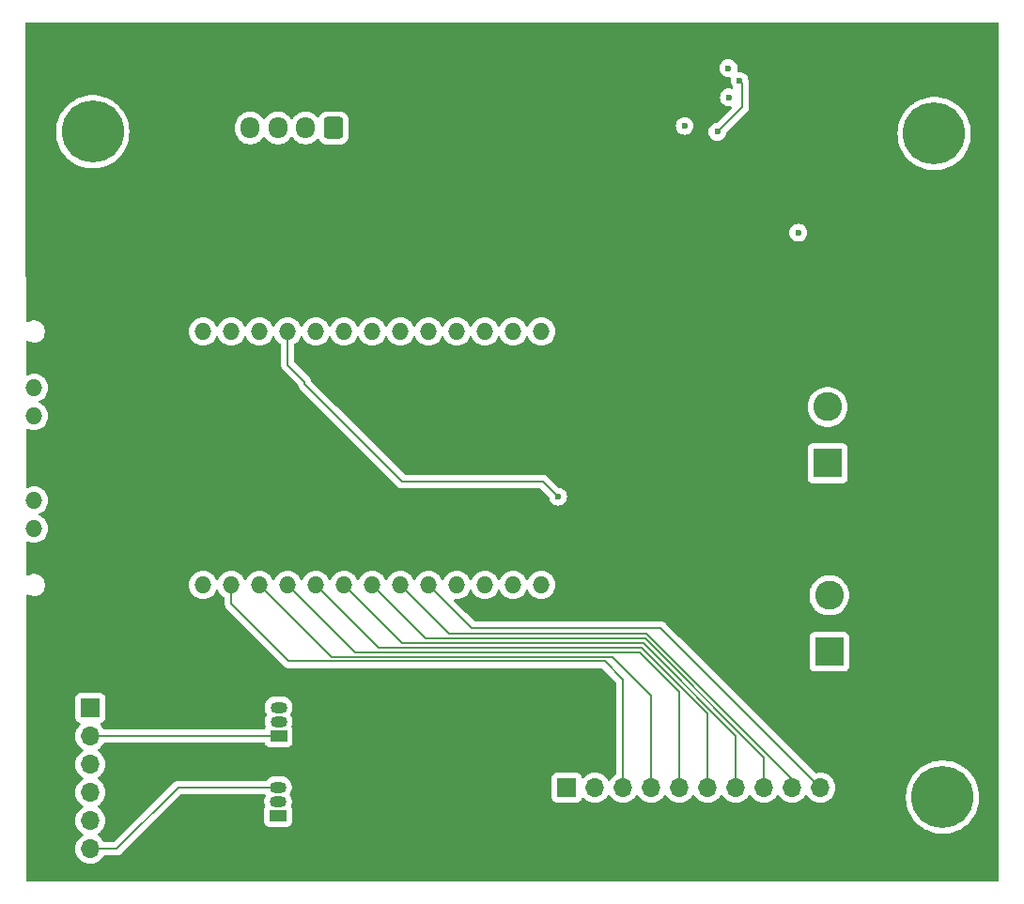
<source format=gbr>
%TF.GenerationSoftware,KiCad,Pcbnew,8.0.6*%
%TF.CreationDate,2025-02-09T15:22:33+01:00*%
%TF.ProjectId,BaseBoard,42617365-426f-4617-9264-2e6b69636164,rev?*%
%TF.SameCoordinates,Original*%
%TF.FileFunction,Copper,L3,Inr*%
%TF.FilePolarity,Positive*%
%FSLAX46Y46*%
G04 Gerber Fmt 4.6, Leading zero omitted, Abs format (unit mm)*
G04 Created by KiCad (PCBNEW 8.0.6) date 2025-02-09 15:22:33*
%MOMM*%
%LPD*%
G01*
G04 APERTURE LIST*
G04 Aperture macros list*
%AMRoundRect*
0 Rectangle with rounded corners*
0 $1 Rounding radius*
0 $2 $3 $4 $5 $6 $7 $8 $9 X,Y pos of 4 corners*
0 Add a 4 corners polygon primitive as box body*
4,1,4,$2,$3,$4,$5,$6,$7,$8,$9,$2,$3,0*
0 Add four circle primitives for the rounded corners*
1,1,$1+$1,$2,$3*
1,1,$1+$1,$4,$5*
1,1,$1+$1,$6,$7*
1,1,$1+$1,$8,$9*
0 Add four rect primitives between the rounded corners*
20,1,$1+$1,$2,$3,$4,$5,0*
20,1,$1+$1,$4,$5,$6,$7,0*
20,1,$1+$1,$6,$7,$8,$9,0*
20,1,$1+$1,$8,$9,$2,$3,0*%
G04 Aperture macros list end*
%TA.AperFunction,ComponentPad*%
%ADD10RoundRect,0.250000X0.600000X0.725000X-0.600000X0.725000X-0.600000X-0.725000X0.600000X-0.725000X0*%
%TD*%
%TA.AperFunction,ComponentPad*%
%ADD11O,1.700000X1.950000*%
%TD*%
%TA.AperFunction,ComponentPad*%
%ADD12C,5.600000*%
%TD*%
%TA.AperFunction,ComponentPad*%
%ADD13R,1.500000X1.050000*%
%TD*%
%TA.AperFunction,ComponentPad*%
%ADD14O,1.500000X1.050000*%
%TD*%
%TA.AperFunction,ComponentPad*%
%ADD15R,2.600000X2.600000*%
%TD*%
%TA.AperFunction,ComponentPad*%
%ADD16C,2.600000*%
%TD*%
%TA.AperFunction,ComponentPad*%
%ADD17R,1.700000X1.700000*%
%TD*%
%TA.AperFunction,ComponentPad*%
%ADD18O,1.700000X1.700000*%
%TD*%
%TA.AperFunction,ComponentPad*%
%ADD19O,1.524000X1.524000*%
%TD*%
%TA.AperFunction,ViaPad*%
%ADD20C,0.600000*%
%TD*%
%TA.AperFunction,Conductor*%
%ADD21C,0.200000*%
%TD*%
G04 APERTURE END LIST*
D10*
%TO.N,+5V*%
%TO.C,J3*%
X129550000Y-65050000D03*
D11*
%TO.N,Net-(J3-Pin_2)*%
X127050000Y-65050000D03*
%TO.N,Net-(J3-Pin_3)*%
X124550000Y-65050000D03*
%TO.N,GND*%
X122050000Y-65050000D03*
%TD*%
D12*
%TO.N,GND*%
%TO.C,H3*%
X184450000Y-125400000D03*
%TD*%
D13*
%TO.N,Net-(J2-Pin_2)*%
%TO.C,Q1*%
X124610000Y-119870000D03*
D14*
%TO.N,Net-(Q1-B)*%
X124610000Y-118600000D03*
%TO.N,Net-(Q1-C)*%
X124610000Y-117330000D03*
%TD*%
D15*
%TO.N,+24V*%
%TO.C,J1*%
X174250000Y-112280000D03*
D16*
%TO.N,GND*%
X174250000Y-107200000D03*
%TD*%
D12*
%TO.N,GND*%
%TO.C,H1*%
X107850000Y-65400000D03*
%TD*%
D17*
%TO.N,Net-(J4-Pin_1)*%
%TO.C,J4*%
X150580000Y-124550000D03*
D18*
%TO.N,Net-(J4-Pin_2)*%
X153120000Y-124550000D03*
%TO.N,Net-(J4-Pin_3)*%
X155660000Y-124550000D03*
%TO.N,Net-(J4-Pin_4)*%
X158200000Y-124550000D03*
%TO.N,Net-(J4-Pin_5)*%
X160740000Y-124550000D03*
%TO.N,Net-(J4-Pin_6)*%
X163280000Y-124550000D03*
%TO.N,Net-(J4-Pin_7)*%
X165820000Y-124550000D03*
%TO.N,Net-(J4-Pin_8)*%
X168360000Y-124550000D03*
%TO.N,Net-(J4-Pin_9)*%
X170900000Y-124550000D03*
%TO.N,Net-(J4-Pin_10)*%
X173440000Y-124550000D03*
%TD*%
D15*
%TO.N,+5V*%
%TO.C,J5*%
X174100000Y-95280000D03*
D16*
%TO.N,GND*%
X174100000Y-90200000D03*
%TD*%
D13*
%TO.N,Net-(Q2-E)*%
%TO.C,Q2*%
X124560000Y-127070000D03*
D14*
%TO.N,Net-(Q2-B)*%
X124560000Y-125800000D03*
%TO.N,Net-(J2-Pin_6)*%
X124560000Y-124530000D03*
%TD*%
D12*
%TO.N,GND*%
%TO.C,H2*%
X183700000Y-65550000D03*
%TD*%
D17*
%TO.N,GND*%
%TO.C,J2*%
X107650000Y-117360000D03*
D18*
%TO.N,Net-(J2-Pin_2)*%
X107650000Y-119900000D03*
%TO.N,+5V*%
X107650000Y-122440000D03*
%TO.N,Net-(J2-Pin_4)*%
X107650000Y-124980000D03*
%TO.N,Net-(J2-Pin_5)*%
X107650000Y-127520000D03*
%TO.N,Net-(J2-Pin_6)*%
X107650000Y-130060000D03*
%TD*%
D19*
%TO.N,Net-(Q1-C)*%
%TO.C,U1*%
X117800000Y-83400000D03*
%TO.N,GND*%
X120340000Y-83400000D03*
%TO.N,+3.3V*%
X122880000Y-83400000D03*
%TO.N,Net-(J4-Pin_2)*%
X125420000Y-83400000D03*
%TO.N,Net-(J3-Pin_3)*%
X127960000Y-83400000D03*
%TO.N,Net-(J3-Pin_2)*%
X130500000Y-83400000D03*
%TO.N,Net-(J4-Pin_1)*%
X133040000Y-83400000D03*
%TO.N,unconnected-(U1-IO17{slash}UART2_TX-Pad8)*%
X135580000Y-83400000D03*
%TO.N,GND*%
X138120000Y-83400000D03*
%TO.N,+3V3*%
X140660000Y-83400000D03*
%TO.N,GND*%
X143200000Y-83400000D03*
%TO.N,+5V*%
X145740000Y-83400000D03*
%TO.N,unconnected-(U1-LINK_LED-Pad13)*%
X148280000Y-83400000D03*
%TO.N,GND*%
X117800000Y-106260000D03*
%TO.N,Net-(J4-Pin_3)*%
X120340000Y-106260000D03*
%TO.N,Net-(J4-Pin_4)*%
X122880000Y-106260000D03*
%TO.N,Net-(J4-Pin_5)*%
X125420000Y-106260000D03*
%TO.N,Net-(J4-Pin_6)*%
X127960000Y-106260000D03*
%TO.N,Net-(J4-Pin_7)*%
X130500000Y-106260000D03*
%TO.N,Net-(J4-Pin_8)*%
X133040000Y-106260000D03*
%TO.N,Net-(J4-Pin_9)*%
X135580000Y-106260000D03*
%TO.N,Net-(J4-Pin_10)*%
X138120000Y-106260000D03*
%TO.N,GND*%
X140660000Y-106260000D03*
%TO.N,Net-(Q2-E)*%
X143200000Y-106260000D03*
%TO.N,Net-(J2-Pin_4)*%
X145740000Y-106260000D03*
%TO.N,Net-(J2-Pin_5)*%
X148280000Y-106260000D03*
%TO.N,N/C*%
X102560000Y-88480000D03*
X102560000Y-91020000D03*
X102560000Y-98640000D03*
X102560000Y-101180000D03*
%TD*%
D20*
%TO.N,Net-(U2-SW)*%
X155075000Y-63925000D03*
X154650000Y-65050000D03*
X154650000Y-66000000D03*
X158600000Y-65950000D03*
X158650000Y-62287500D03*
X157712500Y-62287500D03*
%TO.N,Net-(U2-CB)*%
X166150000Y-60800000D03*
X164150000Y-65400000D03*
%TO.N,GND*%
X165150000Y-59650000D03*
%TO.N,+24V*%
X165187500Y-62287500D03*
X161212500Y-64862500D03*
%TO.N,GND*%
X171450000Y-74500000D03*
%TO.N,Net-(J4-Pin_2)*%
X149800000Y-98300000D03*
%TD*%
D21*
%TO.N,Net-(U2-CB)*%
X166400000Y-61050000D02*
X166400000Y-63150000D01*
X166150000Y-60800000D02*
X166400000Y-61050000D01*
X166400000Y-63150000D02*
X164150000Y-65400000D01*
%TO.N,Net-(J4-Pin_2)*%
X126950000Y-88150000D02*
X126950000Y-87950000D01*
X126950000Y-87950000D02*
X125420000Y-86420000D01*
X135750000Y-96950000D02*
X126950000Y-88150000D01*
X148450000Y-96950000D02*
X135750000Y-96950000D01*
X125420000Y-86420000D02*
X125420000Y-83400000D01*
X149800000Y-98300000D02*
X148450000Y-96950000D01*
%TO.N,Net-(J4-Pin_3)*%
X120340000Y-107990000D02*
X125500000Y-113150000D01*
X120340000Y-106260000D02*
X120340000Y-107990000D01*
X125500000Y-113150000D02*
X154000000Y-113150000D01*
X154000000Y-113150000D02*
X155660000Y-114810000D01*
X155660000Y-114810000D02*
X155660000Y-124550000D01*
%TO.N,Net-(J4-Pin_4)*%
X158200000Y-116250000D02*
X158200000Y-124550000D01*
X154700000Y-112750000D02*
X158200000Y-116250000D01*
X129370000Y-112750000D02*
X154700000Y-112750000D01*
X122880000Y-106260000D02*
X129370000Y-112750000D01*
%TO.N,Net-(J4-Pin_5)*%
X157187256Y-112350000D02*
X160740000Y-115902744D01*
X160740000Y-115902744D02*
X160740000Y-124550000D01*
X131510000Y-112350000D02*
X157187256Y-112350000D01*
X125420000Y-106260000D02*
X131510000Y-112350000D01*
%TO.N,Net-(J4-Pin_6)*%
X157302942Y-111900000D02*
X163280000Y-117877058D01*
X133600000Y-111900000D02*
X157302942Y-111900000D01*
X127960000Y-106260000D02*
X133600000Y-111900000D01*
X163280000Y-117877058D02*
X163280000Y-124550000D01*
%TO.N,Net-(J4-Pin_7)*%
X157468628Y-111500000D02*
X165820000Y-119851372D01*
X135740000Y-111500000D02*
X157468628Y-111500000D01*
X130500000Y-106260000D02*
X135740000Y-111500000D01*
X165820000Y-119851372D02*
X165820000Y-124550000D01*
%TO.N,Net-(J4-Pin_8)*%
X157634314Y-111100000D02*
X168360000Y-121825686D01*
X137880000Y-111100000D02*
X157634314Y-111100000D01*
X168360000Y-121825686D02*
X168360000Y-124550000D01*
X133040000Y-106260000D02*
X137880000Y-111100000D01*
%TO.N,Net-(J4-Pin_9)*%
X170900000Y-123800000D02*
X170900000Y-124550000D01*
X157750000Y-110650000D02*
X170900000Y-123800000D01*
X135580000Y-106260000D02*
X139970000Y-110650000D01*
X139970000Y-110650000D02*
X157750000Y-110650000D01*
%TO.N,Net-(J4-Pin_10)*%
X159040000Y-110150000D02*
X173440000Y-124550000D01*
X142010000Y-110150000D02*
X159040000Y-110150000D01*
X138120000Y-106260000D02*
X142010000Y-110150000D01*
%TO.N,Net-(J2-Pin_2)*%
X107650000Y-119900000D02*
X124580000Y-119900000D01*
X124580000Y-119900000D02*
X124610000Y-119870000D01*
%TO.N,Net-(J2-Pin_6)*%
X115570000Y-124530000D02*
X124560000Y-124530000D01*
X107650000Y-130060000D02*
X110040000Y-130060000D01*
X110040000Y-130060000D02*
X115570000Y-124530000D01*
%TD*%
%TA.AperFunction,Conductor*%
%TO.N,Net-(U2-SW)*%
G36*
X189442539Y-55520185D02*
G01*
X189488294Y-55572989D01*
X189499500Y-55624500D01*
X189499500Y-132875500D01*
X189479815Y-132942539D01*
X189427011Y-132988294D01*
X189375500Y-132999500D01*
X102023712Y-132999500D01*
X101956673Y-132979815D01*
X101910918Y-132927011D01*
X101899712Y-132875659D01*
X101885870Y-122099500D01*
X101883045Y-119899999D01*
X106294341Y-119899999D01*
X106294341Y-119900000D01*
X106314936Y-120135403D01*
X106314938Y-120135413D01*
X106376094Y-120363655D01*
X106376096Y-120363659D01*
X106376097Y-120363663D01*
X106440830Y-120502482D01*
X106475965Y-120577830D01*
X106475967Y-120577834D01*
X106611501Y-120771395D01*
X106611506Y-120771402D01*
X106778597Y-120938493D01*
X106778603Y-120938498D01*
X106964158Y-121068425D01*
X107007783Y-121123002D01*
X107014977Y-121192500D01*
X106983454Y-121254855D01*
X106964158Y-121271575D01*
X106778597Y-121401505D01*
X106611505Y-121568597D01*
X106475965Y-121762169D01*
X106475964Y-121762171D01*
X106376098Y-121976335D01*
X106376094Y-121976344D01*
X106314938Y-122204586D01*
X106314936Y-122204596D01*
X106294341Y-122439999D01*
X106294341Y-122440000D01*
X106314936Y-122675403D01*
X106314938Y-122675413D01*
X106376094Y-122903655D01*
X106376096Y-122903659D01*
X106376097Y-122903663D01*
X106394001Y-122942058D01*
X106475965Y-123117830D01*
X106475967Y-123117834D01*
X106611501Y-123311395D01*
X106611506Y-123311402D01*
X106778597Y-123478493D01*
X106778603Y-123478498D01*
X106964158Y-123608425D01*
X107007783Y-123663002D01*
X107014977Y-123732500D01*
X106983454Y-123794855D01*
X106964158Y-123811575D01*
X106778597Y-123941505D01*
X106611505Y-124108597D01*
X106475965Y-124302169D01*
X106475964Y-124302171D01*
X106376098Y-124516335D01*
X106376094Y-124516344D01*
X106314938Y-124744586D01*
X106314936Y-124744596D01*
X106294341Y-124979999D01*
X106294341Y-124980000D01*
X106314936Y-125215403D01*
X106314938Y-125215413D01*
X106376094Y-125443655D01*
X106376096Y-125443659D01*
X106376097Y-125443663D01*
X106443635Y-125588498D01*
X106475965Y-125657830D01*
X106475967Y-125657834D01*
X106611501Y-125851395D01*
X106611506Y-125851402D01*
X106778597Y-126018493D01*
X106778603Y-126018498D01*
X106964158Y-126148425D01*
X107007783Y-126203002D01*
X107014977Y-126272500D01*
X106983454Y-126334855D01*
X106964158Y-126351575D01*
X106778597Y-126481505D01*
X106611505Y-126648597D01*
X106475965Y-126842169D01*
X106475964Y-126842171D01*
X106376098Y-127056335D01*
X106376094Y-127056344D01*
X106314938Y-127284586D01*
X106314936Y-127284596D01*
X106294341Y-127519999D01*
X106294341Y-127520000D01*
X106314936Y-127755403D01*
X106314938Y-127755413D01*
X106376094Y-127983655D01*
X106376096Y-127983659D01*
X106376097Y-127983663D01*
X106425259Y-128089091D01*
X106475965Y-128197830D01*
X106475967Y-128197834D01*
X106611501Y-128391395D01*
X106611506Y-128391402D01*
X106778597Y-128558493D01*
X106778603Y-128558498D01*
X106964158Y-128688425D01*
X107007783Y-128743002D01*
X107014977Y-128812500D01*
X106983454Y-128874855D01*
X106964158Y-128891575D01*
X106778597Y-129021505D01*
X106611505Y-129188597D01*
X106475965Y-129382169D01*
X106475964Y-129382171D01*
X106376098Y-129596335D01*
X106376094Y-129596344D01*
X106314938Y-129824586D01*
X106314936Y-129824596D01*
X106294341Y-130059999D01*
X106294341Y-130060000D01*
X106314936Y-130295403D01*
X106314938Y-130295413D01*
X106376094Y-130523655D01*
X106376096Y-130523659D01*
X106376097Y-130523663D01*
X106439906Y-130660501D01*
X106475965Y-130737830D01*
X106475967Y-130737834D01*
X106584281Y-130892521D01*
X106611505Y-130931401D01*
X106778599Y-131098495D01*
X106875384Y-131166265D01*
X106972165Y-131234032D01*
X106972167Y-131234033D01*
X106972170Y-131234035D01*
X107186337Y-131333903D01*
X107414592Y-131395063D01*
X107602918Y-131411539D01*
X107649999Y-131415659D01*
X107650000Y-131415659D01*
X107650001Y-131415659D01*
X107689234Y-131412226D01*
X107885408Y-131395063D01*
X108113663Y-131333903D01*
X108327830Y-131234035D01*
X108521401Y-131098495D01*
X108688495Y-130931401D01*
X108824035Y-130737830D01*
X108826707Y-130732097D01*
X108872878Y-130679658D01*
X108939091Y-130660500D01*
X109953331Y-130660500D01*
X109953347Y-130660501D01*
X109960943Y-130660501D01*
X110119054Y-130660501D01*
X110119057Y-130660501D01*
X110271785Y-130619577D01*
X110321904Y-130590639D01*
X110408716Y-130540520D01*
X110520520Y-130428716D01*
X110520520Y-130428714D01*
X110530728Y-130418507D01*
X110530729Y-130418504D01*
X115782416Y-125166819D01*
X115843739Y-125133334D01*
X115870097Y-125130500D01*
X123317546Y-125130500D01*
X123384585Y-125150185D01*
X123430340Y-125202989D01*
X123440284Y-125272147D01*
X123428350Y-125308535D01*
X123428545Y-125308616D01*
X123427486Y-125311171D01*
X123426900Y-125312960D01*
X123426214Y-125314242D01*
X123348909Y-125500872D01*
X123348907Y-125500880D01*
X123309500Y-125698992D01*
X123309500Y-125901007D01*
X123348907Y-126099119D01*
X123348909Y-126099127D01*
X123382325Y-126179800D01*
X123389794Y-126249270D01*
X123370038Y-126294660D01*
X123370454Y-126294887D01*
X123367919Y-126299528D01*
X123367037Y-126301556D01*
X123366206Y-126302665D01*
X123366202Y-126302672D01*
X123315908Y-126437517D01*
X123311179Y-126481506D01*
X123309501Y-126497123D01*
X123309500Y-126497135D01*
X123309500Y-127642870D01*
X123309501Y-127642876D01*
X123315908Y-127702483D01*
X123366202Y-127837328D01*
X123366206Y-127837335D01*
X123452452Y-127952544D01*
X123452455Y-127952547D01*
X123567664Y-128038793D01*
X123567671Y-128038797D01*
X123702517Y-128089091D01*
X123702516Y-128089091D01*
X123709444Y-128089835D01*
X123762127Y-128095500D01*
X125357872Y-128095499D01*
X125417483Y-128089091D01*
X125552331Y-128038796D01*
X125667546Y-127952546D01*
X125753796Y-127837331D01*
X125804091Y-127702483D01*
X125810500Y-127642873D01*
X125810499Y-126497128D01*
X125804091Y-126437517D01*
X125769944Y-126345965D01*
X125753797Y-126302671D01*
X125753796Y-126302670D01*
X125753796Y-126302669D01*
X125752967Y-126301562D01*
X125752485Y-126300268D01*
X125749546Y-126294886D01*
X125750319Y-126294463D01*
X125728551Y-126236099D01*
X125737675Y-126179798D01*
X125771089Y-126099132D01*
X125771089Y-126099131D01*
X125771091Y-126099127D01*
X125810500Y-125901003D01*
X125810500Y-125698997D01*
X125771091Y-125500873D01*
X125693786Y-125314244D01*
X125640094Y-125233889D01*
X125619217Y-125167214D01*
X125637701Y-125099834D01*
X125640078Y-125096134D01*
X125693786Y-125015756D01*
X125771091Y-124829127D01*
X125810500Y-124631003D01*
X125810500Y-124428997D01*
X125771091Y-124230873D01*
X125693786Y-124044244D01*
X125693784Y-124044241D01*
X125693782Y-124044237D01*
X125581558Y-123876281D01*
X125438718Y-123733441D01*
X125270762Y-123621217D01*
X125270752Y-123621212D01*
X125084127Y-123543909D01*
X125084119Y-123543907D01*
X124886007Y-123504500D01*
X124886003Y-123504500D01*
X124233997Y-123504500D01*
X124233992Y-123504500D01*
X124035880Y-123543907D01*
X124035872Y-123543909D01*
X123849247Y-123621212D01*
X123849237Y-123621217D01*
X123681281Y-123733441D01*
X123538444Y-123876278D01*
X123534578Y-123880990D01*
X123533181Y-123879843D01*
X123486088Y-123919198D01*
X123436603Y-123929500D01*
X115656669Y-123929500D01*
X115656653Y-123929499D01*
X115649057Y-123929499D01*
X115490943Y-123929499D01*
X115383587Y-123958265D01*
X115338210Y-123970424D01*
X115338209Y-123970425D01*
X115288096Y-123999359D01*
X115288095Y-123999360D01*
X115244689Y-124024420D01*
X115201285Y-124049479D01*
X115201282Y-124049481D01*
X115089478Y-124161286D01*
X109827584Y-129423181D01*
X109766261Y-129456666D01*
X109739903Y-129459500D01*
X108939091Y-129459500D01*
X108872052Y-129439815D01*
X108826711Y-129387909D01*
X108824037Y-129382175D01*
X108824034Y-129382170D01*
X108824033Y-129382169D01*
X108688495Y-129188599D01*
X108688494Y-129188597D01*
X108521402Y-129021506D01*
X108521396Y-129021501D01*
X108335842Y-128891575D01*
X108292217Y-128836998D01*
X108285023Y-128767500D01*
X108316546Y-128705145D01*
X108335842Y-128688425D01*
X108483736Y-128584868D01*
X108521401Y-128558495D01*
X108688495Y-128391401D01*
X108824035Y-128197830D01*
X108923903Y-127983663D01*
X108985063Y-127755408D01*
X109005659Y-127520000D01*
X108985063Y-127284592D01*
X108923903Y-127056337D01*
X108824035Y-126842171D01*
X108786021Y-126787880D01*
X108688494Y-126648597D01*
X108521402Y-126481506D01*
X108521396Y-126481501D01*
X108335842Y-126351575D01*
X108292217Y-126296998D01*
X108285023Y-126227500D01*
X108316546Y-126165145D01*
X108335842Y-126148425D01*
X108358026Y-126132891D01*
X108521401Y-126018495D01*
X108688495Y-125851401D01*
X108824035Y-125657830D01*
X108923903Y-125443663D01*
X108985063Y-125215408D01*
X109005659Y-124980000D01*
X108985063Y-124744592D01*
X108923903Y-124516337D01*
X108824035Y-124302171D01*
X108774112Y-124230872D01*
X108688494Y-124108597D01*
X108521402Y-123941506D01*
X108521396Y-123941501D01*
X108335842Y-123811575D01*
X108292217Y-123756998D01*
X108285023Y-123687500D01*
X108316546Y-123625145D01*
X108335842Y-123608425D01*
X108474256Y-123511506D01*
X108521401Y-123478495D01*
X108688495Y-123311401D01*
X108824035Y-123117830D01*
X108923903Y-122903663D01*
X108985063Y-122675408D01*
X109005659Y-122440000D01*
X108985063Y-122204592D01*
X108923903Y-121976337D01*
X108824035Y-121762171D01*
X108688495Y-121568599D01*
X108688494Y-121568597D01*
X108521402Y-121401506D01*
X108521396Y-121401501D01*
X108335842Y-121271575D01*
X108292217Y-121216998D01*
X108285023Y-121147500D01*
X108316546Y-121085145D01*
X108335842Y-121068425D01*
X108358026Y-121052891D01*
X108521401Y-120938495D01*
X108688495Y-120771401D01*
X108824035Y-120577830D01*
X108826707Y-120572097D01*
X108872878Y-120519658D01*
X108939091Y-120500500D01*
X123279074Y-120500500D01*
X123346113Y-120520185D01*
X123391868Y-120572989D01*
X123395256Y-120581167D01*
X123416202Y-120637328D01*
X123416206Y-120637335D01*
X123502452Y-120752544D01*
X123502455Y-120752547D01*
X123617664Y-120838793D01*
X123617671Y-120838797D01*
X123752517Y-120889091D01*
X123752516Y-120889091D01*
X123759444Y-120889835D01*
X123812127Y-120895500D01*
X125407872Y-120895499D01*
X125467483Y-120889091D01*
X125602331Y-120838796D01*
X125717546Y-120752546D01*
X125803796Y-120637331D01*
X125854091Y-120502483D01*
X125860500Y-120442873D01*
X125860499Y-119297128D01*
X125854091Y-119237517D01*
X125850507Y-119227909D01*
X125803797Y-119102671D01*
X125803796Y-119102670D01*
X125803796Y-119102669D01*
X125802967Y-119101562D01*
X125802485Y-119100268D01*
X125799546Y-119094886D01*
X125800319Y-119094463D01*
X125778551Y-119036099D01*
X125787675Y-118979798D01*
X125821089Y-118899132D01*
X125821089Y-118899131D01*
X125821091Y-118899127D01*
X125860500Y-118701003D01*
X125860500Y-118498997D01*
X125821091Y-118300873D01*
X125743786Y-118114244D01*
X125690094Y-118033889D01*
X125669217Y-117967214D01*
X125687701Y-117899834D01*
X125690078Y-117896134D01*
X125743786Y-117815756D01*
X125821091Y-117629127D01*
X125860500Y-117431003D01*
X125860500Y-117228997D01*
X125821091Y-117030873D01*
X125743786Y-116844244D01*
X125743784Y-116844241D01*
X125743782Y-116844237D01*
X125631558Y-116676281D01*
X125488718Y-116533441D01*
X125320762Y-116421217D01*
X125320752Y-116421212D01*
X125134127Y-116343909D01*
X125134119Y-116343907D01*
X124936007Y-116304500D01*
X124936003Y-116304500D01*
X124283997Y-116304500D01*
X124283992Y-116304500D01*
X124085880Y-116343907D01*
X124085872Y-116343909D01*
X123899247Y-116421212D01*
X123899237Y-116421217D01*
X123731281Y-116533441D01*
X123588441Y-116676281D01*
X123476217Y-116844237D01*
X123476212Y-116844247D01*
X123398909Y-117030872D01*
X123398907Y-117030880D01*
X123359500Y-117228992D01*
X123359500Y-117431007D01*
X123398907Y-117629119D01*
X123398909Y-117629127D01*
X123476213Y-117815755D01*
X123529904Y-117896109D01*
X123550782Y-117962787D01*
X123532297Y-118030167D01*
X123529904Y-118033891D01*
X123476213Y-118114244D01*
X123398909Y-118300872D01*
X123398907Y-118300880D01*
X123359500Y-118498992D01*
X123359500Y-118701007D01*
X123398907Y-118899119D01*
X123398909Y-118899127D01*
X123432325Y-118979800D01*
X123439794Y-119049270D01*
X123420038Y-119094660D01*
X123420454Y-119094887D01*
X123417919Y-119099528D01*
X123417037Y-119101556D01*
X123416206Y-119102665D01*
X123416203Y-119102670D01*
X123372877Y-119218834D01*
X123331005Y-119274767D01*
X123265541Y-119299184D01*
X123256695Y-119299500D01*
X108939091Y-119299500D01*
X108872052Y-119279815D01*
X108826711Y-119227909D01*
X108824037Y-119222175D01*
X108824034Y-119222170D01*
X108824033Y-119222169D01*
X108734910Y-119094887D01*
X108688496Y-119028600D01*
X108632684Y-118972788D01*
X108566567Y-118906671D01*
X108533084Y-118845351D01*
X108538068Y-118775659D01*
X108579939Y-118719725D01*
X108610915Y-118702810D01*
X108742331Y-118653796D01*
X108857546Y-118567546D01*
X108943796Y-118452331D01*
X108994091Y-118317483D01*
X109000500Y-118257873D01*
X109000499Y-116462128D01*
X108994091Y-116402517D01*
X108943796Y-116267669D01*
X108943795Y-116267668D01*
X108943793Y-116267664D01*
X108857547Y-116152455D01*
X108857544Y-116152452D01*
X108742335Y-116066206D01*
X108742328Y-116066202D01*
X108607482Y-116015908D01*
X108607483Y-116015908D01*
X108547883Y-116009501D01*
X108547881Y-116009500D01*
X108547873Y-116009500D01*
X108547864Y-116009500D01*
X106752129Y-116009500D01*
X106752123Y-116009501D01*
X106692516Y-116015908D01*
X106557671Y-116066202D01*
X106557664Y-116066206D01*
X106442455Y-116152452D01*
X106442452Y-116152455D01*
X106356206Y-116267664D01*
X106356202Y-116267671D01*
X106305908Y-116402517D01*
X106303898Y-116421217D01*
X106299501Y-116462123D01*
X106299500Y-116462135D01*
X106299500Y-118257870D01*
X106299501Y-118257876D01*
X106305908Y-118317483D01*
X106356202Y-118452328D01*
X106356206Y-118452335D01*
X106442452Y-118567544D01*
X106442455Y-118567547D01*
X106557664Y-118653793D01*
X106557671Y-118653797D01*
X106689081Y-118702810D01*
X106745015Y-118744681D01*
X106769432Y-118810145D01*
X106754580Y-118878418D01*
X106733430Y-118906673D01*
X106611503Y-119028600D01*
X106475965Y-119222169D01*
X106475964Y-119222171D01*
X106376098Y-119436335D01*
X106376094Y-119436344D01*
X106314938Y-119664586D01*
X106314936Y-119664596D01*
X106294341Y-119899999D01*
X101883045Y-119899999D01*
X101866772Y-107232236D01*
X101886371Y-107165174D01*
X101939116Y-107119351D01*
X102008261Y-107109319D01*
X102059662Y-107128976D01*
X102086086Y-107146632D01*
X102086088Y-107146633D01*
X102086092Y-107146635D01*
X102214938Y-107200004D01*
X102268165Y-107222051D01*
X102268169Y-107222051D01*
X102268170Y-107222052D01*
X102461456Y-107260500D01*
X102461459Y-107260500D01*
X102658543Y-107260500D01*
X102800632Y-107232236D01*
X102851835Y-107222051D01*
X103033914Y-107146632D01*
X103197782Y-107037139D01*
X103337139Y-106897782D01*
X103446632Y-106733914D01*
X103522051Y-106551835D01*
X103548951Y-106416602D01*
X103560500Y-106358543D01*
X103560500Y-106259997D01*
X116532677Y-106259997D01*
X116532677Y-106260002D01*
X116551929Y-106480062D01*
X116551930Y-106480070D01*
X116609104Y-106693445D01*
X116609105Y-106693447D01*
X116609106Y-106693450D01*
X116642382Y-106764811D01*
X116702466Y-106893662D01*
X116702468Y-106893666D01*
X116829170Y-107074615D01*
X116829175Y-107074621D01*
X116985378Y-107230824D01*
X116985384Y-107230829D01*
X117166333Y-107357531D01*
X117166335Y-107357532D01*
X117166338Y-107357534D01*
X117366550Y-107450894D01*
X117579932Y-107508070D01*
X117726743Y-107520914D01*
X117799998Y-107527323D01*
X117800000Y-107527323D01*
X117800002Y-107527323D01*
X117855017Y-107522509D01*
X118020068Y-107508070D01*
X118233450Y-107450894D01*
X118433662Y-107357534D01*
X118614620Y-107230826D01*
X118770826Y-107074620D01*
X118897534Y-106893662D01*
X118957618Y-106764811D01*
X119003790Y-106712371D01*
X119070983Y-106693219D01*
X119137865Y-106713435D01*
X119182382Y-106764811D01*
X119242464Y-106893658D01*
X119242468Y-106893666D01*
X119369170Y-107074615D01*
X119369175Y-107074621D01*
X119525378Y-107230824D01*
X119525384Y-107230829D01*
X119567759Y-107260500D01*
X119686623Y-107343729D01*
X119730248Y-107398306D01*
X119739500Y-107445304D01*
X119739500Y-107903330D01*
X119739499Y-107903348D01*
X119739499Y-108069054D01*
X119739498Y-108069054D01*
X119739499Y-108069057D01*
X119780423Y-108221785D01*
X119806073Y-108266211D01*
X119859479Y-108358714D01*
X119859481Y-108358717D01*
X119978349Y-108477585D01*
X119978355Y-108477590D01*
X125015139Y-113514374D01*
X125015149Y-113514385D01*
X125019479Y-113518715D01*
X125019480Y-113518716D01*
X125131284Y-113630520D01*
X125218095Y-113680639D01*
X125218097Y-113680641D01*
X125256151Y-113702611D01*
X125268215Y-113709577D01*
X125420943Y-113750501D01*
X125420946Y-113750501D01*
X125586653Y-113750501D01*
X125586669Y-113750500D01*
X153699903Y-113750500D01*
X153766942Y-113770185D01*
X153787584Y-113786819D01*
X155023181Y-115022416D01*
X155056666Y-115083739D01*
X155059500Y-115110097D01*
X155059500Y-123260908D01*
X155039815Y-123327947D01*
X154987914Y-123373286D01*
X154982173Y-123375963D01*
X154982169Y-123375965D01*
X154788597Y-123511505D01*
X154621505Y-123678597D01*
X154491575Y-123864158D01*
X154436998Y-123907783D01*
X154367500Y-123914977D01*
X154305145Y-123883454D01*
X154288425Y-123864158D01*
X154158494Y-123678597D01*
X153991402Y-123511506D01*
X153991395Y-123511501D01*
X153797834Y-123375967D01*
X153797830Y-123375965D01*
X153792085Y-123373286D01*
X153583663Y-123276097D01*
X153583659Y-123276096D01*
X153583655Y-123276094D01*
X153355413Y-123214938D01*
X153355403Y-123214936D01*
X153120001Y-123194341D01*
X153119999Y-123194341D01*
X152884596Y-123214936D01*
X152884586Y-123214938D01*
X152656344Y-123276094D01*
X152656335Y-123276098D01*
X152442171Y-123375964D01*
X152442169Y-123375965D01*
X152248600Y-123511503D01*
X152126673Y-123633430D01*
X152065350Y-123666914D01*
X151995658Y-123661930D01*
X151939725Y-123620058D01*
X151922810Y-123589081D01*
X151873797Y-123457671D01*
X151873793Y-123457664D01*
X151787547Y-123342455D01*
X151787544Y-123342452D01*
X151672335Y-123256206D01*
X151672328Y-123256202D01*
X151537482Y-123205908D01*
X151537483Y-123205908D01*
X151477883Y-123199501D01*
X151477881Y-123199500D01*
X151477873Y-123199500D01*
X151477864Y-123199500D01*
X149682129Y-123199500D01*
X149682123Y-123199501D01*
X149622516Y-123205908D01*
X149487671Y-123256202D01*
X149487664Y-123256206D01*
X149372455Y-123342452D01*
X149372452Y-123342455D01*
X149286206Y-123457664D01*
X149286202Y-123457671D01*
X149235908Y-123592517D01*
X149229501Y-123652116D01*
X149229500Y-123652135D01*
X149229500Y-125447870D01*
X149229501Y-125447876D01*
X149235908Y-125507483D01*
X149286202Y-125642328D01*
X149286206Y-125642335D01*
X149372452Y-125757544D01*
X149372455Y-125757547D01*
X149487664Y-125843793D01*
X149487671Y-125843797D01*
X149622517Y-125894091D01*
X149622516Y-125894091D01*
X149629444Y-125894835D01*
X149682127Y-125900500D01*
X151477872Y-125900499D01*
X151537483Y-125894091D01*
X151672331Y-125843796D01*
X151787546Y-125757546D01*
X151873796Y-125642331D01*
X151922810Y-125510916D01*
X151964681Y-125454984D01*
X152030145Y-125430566D01*
X152098418Y-125445417D01*
X152126673Y-125466569D01*
X152248599Y-125588495D01*
X152345384Y-125656265D01*
X152442165Y-125724032D01*
X152442167Y-125724033D01*
X152442170Y-125724035D01*
X152656337Y-125823903D01*
X152884592Y-125885063D01*
X153061034Y-125900500D01*
X153119999Y-125905659D01*
X153120000Y-125905659D01*
X153120001Y-125905659D01*
X153173171Y-125901007D01*
X153355408Y-125885063D01*
X153583663Y-125823903D01*
X153797830Y-125724035D01*
X153991401Y-125588495D01*
X154158495Y-125421401D01*
X154288425Y-125235842D01*
X154343002Y-125192217D01*
X154412500Y-125185023D01*
X154474855Y-125216546D01*
X154491575Y-125235842D01*
X154621500Y-125421395D01*
X154621505Y-125421401D01*
X154788599Y-125588495D01*
X154885384Y-125656265D01*
X154982165Y-125724032D01*
X154982167Y-125724033D01*
X154982170Y-125724035D01*
X155196337Y-125823903D01*
X155424592Y-125885063D01*
X155601034Y-125900500D01*
X155659999Y-125905659D01*
X155660000Y-125905659D01*
X155660001Y-125905659D01*
X155713171Y-125901007D01*
X155895408Y-125885063D01*
X156123663Y-125823903D01*
X156337830Y-125724035D01*
X156531401Y-125588495D01*
X156698495Y-125421401D01*
X156828425Y-125235842D01*
X156883002Y-125192217D01*
X156952500Y-125185023D01*
X157014855Y-125216546D01*
X157031575Y-125235842D01*
X157161500Y-125421395D01*
X157161505Y-125421401D01*
X157328599Y-125588495D01*
X157425384Y-125656265D01*
X157522165Y-125724032D01*
X157522167Y-125724033D01*
X157522170Y-125724035D01*
X157736337Y-125823903D01*
X157964592Y-125885063D01*
X158141034Y-125900500D01*
X158199999Y-125905659D01*
X158200000Y-125905659D01*
X158200001Y-125905659D01*
X158253171Y-125901007D01*
X158435408Y-125885063D01*
X158663663Y-125823903D01*
X158877830Y-125724035D01*
X159071401Y-125588495D01*
X159238495Y-125421401D01*
X159368425Y-125235842D01*
X159423002Y-125192217D01*
X159492500Y-125185023D01*
X159554855Y-125216546D01*
X159571575Y-125235842D01*
X159701500Y-125421395D01*
X159701505Y-125421401D01*
X159868599Y-125588495D01*
X159965384Y-125656265D01*
X160062165Y-125724032D01*
X160062167Y-125724033D01*
X160062170Y-125724035D01*
X160276337Y-125823903D01*
X160504592Y-125885063D01*
X160681034Y-125900500D01*
X160739999Y-125905659D01*
X160740000Y-125905659D01*
X160740001Y-125905659D01*
X160793171Y-125901007D01*
X160975408Y-125885063D01*
X161203663Y-125823903D01*
X161417830Y-125724035D01*
X161611401Y-125588495D01*
X161778495Y-125421401D01*
X161908425Y-125235842D01*
X161963002Y-125192217D01*
X162032500Y-125185023D01*
X162094855Y-125216546D01*
X162111575Y-125235842D01*
X162241500Y-125421395D01*
X162241505Y-125421401D01*
X162408599Y-125588495D01*
X162505384Y-125656265D01*
X162602165Y-125724032D01*
X162602167Y-125724033D01*
X162602170Y-125724035D01*
X162816337Y-125823903D01*
X163044592Y-125885063D01*
X163221034Y-125900500D01*
X163279999Y-125905659D01*
X163280000Y-125905659D01*
X163280001Y-125905659D01*
X163333171Y-125901007D01*
X163515408Y-125885063D01*
X163743663Y-125823903D01*
X163957830Y-125724035D01*
X164151401Y-125588495D01*
X164318495Y-125421401D01*
X164448425Y-125235842D01*
X164503002Y-125192217D01*
X164572500Y-125185023D01*
X164634855Y-125216546D01*
X164651575Y-125235842D01*
X164781500Y-125421395D01*
X164781505Y-125421401D01*
X164948599Y-125588495D01*
X165045384Y-125656265D01*
X165142165Y-125724032D01*
X165142167Y-125724033D01*
X165142170Y-125724035D01*
X165356337Y-125823903D01*
X165584592Y-125885063D01*
X165761034Y-125900500D01*
X165819999Y-125905659D01*
X165820000Y-125905659D01*
X165820001Y-125905659D01*
X165873171Y-125901007D01*
X166055408Y-125885063D01*
X166283663Y-125823903D01*
X166497830Y-125724035D01*
X166691401Y-125588495D01*
X166858495Y-125421401D01*
X166988425Y-125235842D01*
X167043002Y-125192217D01*
X167112500Y-125185023D01*
X167174855Y-125216546D01*
X167191575Y-125235842D01*
X167321500Y-125421395D01*
X167321505Y-125421401D01*
X167488599Y-125588495D01*
X167585384Y-125656265D01*
X167682165Y-125724032D01*
X167682167Y-125724033D01*
X167682170Y-125724035D01*
X167896337Y-125823903D01*
X168124592Y-125885063D01*
X168301034Y-125900500D01*
X168359999Y-125905659D01*
X168360000Y-125905659D01*
X168360001Y-125905659D01*
X168413171Y-125901007D01*
X168595408Y-125885063D01*
X168823663Y-125823903D01*
X169037830Y-125724035D01*
X169231401Y-125588495D01*
X169398495Y-125421401D01*
X169528425Y-125235842D01*
X169583002Y-125192217D01*
X169652500Y-125185023D01*
X169714855Y-125216546D01*
X169731575Y-125235842D01*
X169861500Y-125421395D01*
X169861505Y-125421401D01*
X170028599Y-125588495D01*
X170125384Y-125656265D01*
X170222165Y-125724032D01*
X170222167Y-125724033D01*
X170222170Y-125724035D01*
X170436337Y-125823903D01*
X170664592Y-125885063D01*
X170841034Y-125900500D01*
X170899999Y-125905659D01*
X170900000Y-125905659D01*
X170900001Y-125905659D01*
X170953171Y-125901007D01*
X171135408Y-125885063D01*
X171363663Y-125823903D01*
X171577830Y-125724035D01*
X171771401Y-125588495D01*
X171938495Y-125421401D01*
X172068425Y-125235842D01*
X172123002Y-125192217D01*
X172192500Y-125185023D01*
X172254855Y-125216546D01*
X172271575Y-125235842D01*
X172401500Y-125421395D01*
X172401505Y-125421401D01*
X172568599Y-125588495D01*
X172665384Y-125656265D01*
X172762165Y-125724032D01*
X172762167Y-125724033D01*
X172762170Y-125724035D01*
X172976337Y-125823903D01*
X173204592Y-125885063D01*
X173381034Y-125900500D01*
X173439999Y-125905659D01*
X173440000Y-125905659D01*
X173440001Y-125905659D01*
X173493171Y-125901007D01*
X173675408Y-125885063D01*
X173903663Y-125823903D01*
X174117830Y-125724035D01*
X174311401Y-125588495D01*
X174478495Y-125421401D01*
X174493482Y-125399997D01*
X181144652Y-125399997D01*
X181144652Y-125400002D01*
X181150480Y-125507483D01*
X181162220Y-125724032D01*
X181164028Y-125757368D01*
X181164029Y-125757385D01*
X181221926Y-126110539D01*
X181221932Y-126110565D01*
X181317672Y-126455392D01*
X181317674Y-126455399D01*
X181450142Y-126787870D01*
X181450151Y-126787888D01*
X181617784Y-127104077D01*
X181617787Y-127104082D01*
X181617789Y-127104085D01*
X181740178Y-127284596D01*
X181818634Y-127400309D01*
X181818641Y-127400319D01*
X182024661Y-127642864D01*
X182050332Y-127673086D01*
X182310163Y-127919211D01*
X182595081Y-128135800D01*
X182901747Y-128320315D01*
X182901749Y-128320316D01*
X182901751Y-128320317D01*
X182901755Y-128320319D01*
X183055400Y-128391402D01*
X183226565Y-128470591D01*
X183565726Y-128584868D01*
X183915254Y-128661805D01*
X184271052Y-128700500D01*
X184271058Y-128700500D01*
X184628942Y-128700500D01*
X184628948Y-128700500D01*
X184984746Y-128661805D01*
X185334274Y-128584868D01*
X185673435Y-128470591D01*
X185998253Y-128320315D01*
X186304919Y-128135800D01*
X186589837Y-127919211D01*
X186849668Y-127673086D01*
X187081365Y-127400311D01*
X187282211Y-127104085D01*
X187449853Y-126787880D01*
X187582324Y-126455403D01*
X187678071Y-126110552D01*
X187695891Y-126001848D01*
X187735970Y-125757385D01*
X187735970Y-125757382D01*
X187735972Y-125757371D01*
X187755348Y-125400000D01*
X187735972Y-125042629D01*
X187732595Y-125022032D01*
X187678073Y-124689460D01*
X187678072Y-124689459D01*
X187678071Y-124689448D01*
X187630007Y-124516335D01*
X187582327Y-124344607D01*
X187582325Y-124344600D01*
X187570370Y-124314596D01*
X187509286Y-124161286D01*
X187449857Y-124012129D01*
X187449848Y-124012111D01*
X187443088Y-123999361D01*
X187297057Y-123723917D01*
X187282215Y-123695922D01*
X187282213Y-123695919D01*
X187282211Y-123695915D01*
X187081365Y-123399689D01*
X187081361Y-123399684D01*
X187081358Y-123399680D01*
X186849668Y-123126914D01*
X186725290Y-123009097D01*
X186589837Y-122880789D01*
X186589830Y-122880783D01*
X186589827Y-122880781D01*
X186522245Y-122829407D01*
X186304919Y-122664200D01*
X185998253Y-122479685D01*
X185998252Y-122479684D01*
X185998248Y-122479682D01*
X185998244Y-122479680D01*
X185673447Y-122329414D01*
X185673441Y-122329411D01*
X185673435Y-122329409D01*
X185503854Y-122272270D01*
X185334273Y-122215131D01*
X184984744Y-122138194D01*
X184628949Y-122099500D01*
X184628948Y-122099500D01*
X184271052Y-122099500D01*
X184271050Y-122099500D01*
X183915255Y-122138194D01*
X183565726Y-122215131D01*
X183309970Y-122301306D01*
X183226565Y-122329409D01*
X183226563Y-122329410D01*
X183226552Y-122329414D01*
X182901755Y-122479680D01*
X182901751Y-122479682D01*
X182673367Y-122617096D01*
X182595081Y-122664200D01*
X182580331Y-122675413D01*
X182310172Y-122880781D01*
X182310163Y-122880789D01*
X182050331Y-123126914D01*
X181818641Y-123399680D01*
X181818634Y-123399690D01*
X181617790Y-123695913D01*
X181617784Y-123695922D01*
X181450151Y-124012111D01*
X181450142Y-124012129D01*
X181317674Y-124344600D01*
X181317672Y-124344607D01*
X181221932Y-124689434D01*
X181221926Y-124689460D01*
X181164029Y-125042614D01*
X181164028Y-125042627D01*
X181164028Y-125042629D01*
X181159264Y-125130500D01*
X181144652Y-125399997D01*
X174493482Y-125399997D01*
X174614035Y-125227830D01*
X174713903Y-125013663D01*
X174775063Y-124785408D01*
X174795659Y-124550000D01*
X174775063Y-124314592D01*
X174719868Y-124108599D01*
X174713905Y-124086344D01*
X174713904Y-124086343D01*
X174713903Y-124086337D01*
X174614035Y-123872171D01*
X174608425Y-123864158D01*
X174478494Y-123678597D01*
X174311402Y-123511506D01*
X174311395Y-123511501D01*
X174117834Y-123375967D01*
X174117830Y-123375965D01*
X174112085Y-123373286D01*
X173903663Y-123276097D01*
X173903659Y-123276096D01*
X173903655Y-123276094D01*
X173675413Y-123214938D01*
X173675403Y-123214936D01*
X173440001Y-123194341D01*
X173439999Y-123194341D01*
X173204596Y-123214936D01*
X173204583Y-123214939D01*
X173076241Y-123249327D01*
X173006392Y-123247664D01*
X172956468Y-123217233D01*
X160671370Y-110932135D01*
X172449500Y-110932135D01*
X172449500Y-113627870D01*
X172449501Y-113627876D01*
X172455908Y-113687483D01*
X172506202Y-113822328D01*
X172506206Y-113822335D01*
X172592452Y-113937544D01*
X172592455Y-113937547D01*
X172707664Y-114023793D01*
X172707671Y-114023797D01*
X172842517Y-114074091D01*
X172842516Y-114074091D01*
X172849444Y-114074835D01*
X172902127Y-114080500D01*
X175597872Y-114080499D01*
X175657483Y-114074091D01*
X175792331Y-114023796D01*
X175907546Y-113937546D01*
X175993796Y-113822331D01*
X176044091Y-113687483D01*
X176050500Y-113627873D01*
X176050499Y-110932128D01*
X176044091Y-110872517D01*
X175993796Y-110737669D01*
X175993795Y-110737668D01*
X175993793Y-110737664D01*
X175907547Y-110622455D01*
X175907544Y-110622452D01*
X175792335Y-110536206D01*
X175792328Y-110536202D01*
X175657482Y-110485908D01*
X175657483Y-110485908D01*
X175597883Y-110479501D01*
X175597881Y-110479500D01*
X175597873Y-110479500D01*
X175597864Y-110479500D01*
X172902129Y-110479500D01*
X172902123Y-110479501D01*
X172842516Y-110485908D01*
X172707671Y-110536202D01*
X172707664Y-110536206D01*
X172592455Y-110622452D01*
X172592452Y-110622455D01*
X172506206Y-110737664D01*
X172506202Y-110737671D01*
X172455908Y-110872517D01*
X172449501Y-110932116D01*
X172449501Y-110932123D01*
X172449500Y-110932135D01*
X160671370Y-110932135D01*
X159527590Y-109788355D01*
X159527588Y-109788352D01*
X159408717Y-109669481D01*
X159408716Y-109669480D01*
X159321904Y-109619360D01*
X159321904Y-109619359D01*
X159321900Y-109619358D01*
X159271785Y-109590423D01*
X159119057Y-109549499D01*
X158960943Y-109549499D01*
X158953347Y-109549499D01*
X158953331Y-109549500D01*
X142310098Y-109549500D01*
X142243059Y-109529815D01*
X142222417Y-109513181D01*
X141472887Y-108763651D01*
X140436860Y-107727625D01*
X140403376Y-107666303D01*
X140408360Y-107596611D01*
X140450232Y-107540678D01*
X140515696Y-107516261D01*
X140535339Y-107516416D01*
X140647654Y-107526242D01*
X140659999Y-107527323D01*
X140660000Y-107527323D01*
X140660002Y-107527323D01*
X140715017Y-107522509D01*
X140880068Y-107508070D01*
X141093450Y-107450894D01*
X141293662Y-107357534D01*
X141474620Y-107230826D01*
X141630826Y-107074620D01*
X141757534Y-106893662D01*
X141817618Y-106764811D01*
X141863790Y-106712371D01*
X141930983Y-106693219D01*
X141997865Y-106713435D01*
X142042382Y-106764811D01*
X142102464Y-106893658D01*
X142102468Y-106893666D01*
X142229170Y-107074615D01*
X142229175Y-107074621D01*
X142385378Y-107230824D01*
X142385384Y-107230829D01*
X142566333Y-107357531D01*
X142566335Y-107357532D01*
X142566338Y-107357534D01*
X142766550Y-107450894D01*
X142979932Y-107508070D01*
X143126743Y-107520914D01*
X143199998Y-107527323D01*
X143200000Y-107527323D01*
X143200002Y-107527323D01*
X143255017Y-107522509D01*
X143420068Y-107508070D01*
X143633450Y-107450894D01*
X143833662Y-107357534D01*
X144014620Y-107230826D01*
X144170826Y-107074620D01*
X144297534Y-106893662D01*
X144357618Y-106764811D01*
X144403790Y-106712371D01*
X144470983Y-106693219D01*
X144537865Y-106713435D01*
X144582382Y-106764811D01*
X144642464Y-106893658D01*
X144642468Y-106893666D01*
X144769170Y-107074615D01*
X144769175Y-107074621D01*
X144925378Y-107230824D01*
X144925384Y-107230829D01*
X145106333Y-107357531D01*
X145106335Y-107357532D01*
X145106338Y-107357534D01*
X145306550Y-107450894D01*
X145519932Y-107508070D01*
X145666743Y-107520914D01*
X145739998Y-107527323D01*
X145740000Y-107527323D01*
X145740002Y-107527323D01*
X145795017Y-107522509D01*
X145960068Y-107508070D01*
X146173450Y-107450894D01*
X146373662Y-107357534D01*
X146554620Y-107230826D01*
X146710826Y-107074620D01*
X146837534Y-106893662D01*
X146897618Y-106764811D01*
X146943790Y-106712371D01*
X147010983Y-106693219D01*
X147077865Y-106713435D01*
X147122382Y-106764811D01*
X147182464Y-106893658D01*
X147182468Y-106893666D01*
X147309170Y-107074615D01*
X147309175Y-107074621D01*
X147465378Y-107230824D01*
X147465384Y-107230829D01*
X147646333Y-107357531D01*
X147646335Y-107357532D01*
X147646338Y-107357534D01*
X147846550Y-107450894D01*
X148059932Y-107508070D01*
X148206743Y-107520914D01*
X148279998Y-107527323D01*
X148280000Y-107527323D01*
X148280002Y-107527323D01*
X148335017Y-107522509D01*
X148500068Y-107508070D01*
X148713450Y-107450894D01*
X148913662Y-107357534D01*
X149094620Y-107230826D01*
X149125451Y-107199995D01*
X172444451Y-107199995D01*
X172444451Y-107200004D01*
X172464616Y-107469101D01*
X172524664Y-107732188D01*
X172524666Y-107732195D01*
X172594818Y-107910939D01*
X172623257Y-107983398D01*
X172758185Y-108217102D01*
X172871117Y-108358714D01*
X172926442Y-108428089D01*
X173113183Y-108601358D01*
X173124259Y-108611635D01*
X173347226Y-108763651D01*
X173590359Y-108880738D01*
X173848228Y-108960280D01*
X173848229Y-108960280D01*
X173848232Y-108960281D01*
X174115063Y-109000499D01*
X174115068Y-109000499D01*
X174115071Y-109000500D01*
X174115072Y-109000500D01*
X174384928Y-109000500D01*
X174384929Y-109000500D01*
X174384936Y-109000499D01*
X174651767Y-108960281D01*
X174651768Y-108960280D01*
X174651772Y-108960280D01*
X174909641Y-108880738D01*
X175152775Y-108763651D01*
X175375741Y-108611635D01*
X175573561Y-108428085D01*
X175741815Y-108217102D01*
X175876743Y-107983398D01*
X175975334Y-107732195D01*
X176035383Y-107469103D01*
X176051015Y-107260500D01*
X176055549Y-107200004D01*
X176055549Y-107199995D01*
X176035383Y-106930898D01*
X176027825Y-106897785D01*
X175975334Y-106667805D01*
X175876743Y-106416602D01*
X175741815Y-106182898D01*
X175573561Y-105971915D01*
X175573560Y-105971914D01*
X175573557Y-105971910D01*
X175375741Y-105788365D01*
X175327081Y-105755189D01*
X175152775Y-105636349D01*
X175152769Y-105636346D01*
X175152768Y-105636345D01*
X175152767Y-105636344D01*
X174909643Y-105519263D01*
X174909645Y-105519263D01*
X174651773Y-105439720D01*
X174651767Y-105439718D01*
X174384936Y-105399500D01*
X174384929Y-105399500D01*
X174115071Y-105399500D01*
X174115063Y-105399500D01*
X173848232Y-105439718D01*
X173848226Y-105439720D01*
X173590358Y-105519262D01*
X173347230Y-105636346D01*
X173124258Y-105788365D01*
X172926442Y-105971910D01*
X172758185Y-106182898D01*
X172623258Y-106416599D01*
X172623256Y-106416603D01*
X172524666Y-106667804D01*
X172524664Y-106667811D01*
X172464616Y-106930898D01*
X172444451Y-107199995D01*
X149125451Y-107199995D01*
X149250826Y-107074620D01*
X149377534Y-106893662D01*
X149470894Y-106693450D01*
X149528070Y-106480068D01*
X149547323Y-106260000D01*
X149528070Y-106039932D01*
X149470894Y-105826550D01*
X149377534Y-105626339D01*
X149250826Y-105445380D01*
X149094620Y-105289174D01*
X149094616Y-105289171D01*
X149094615Y-105289170D01*
X148913666Y-105162468D01*
X148913662Y-105162466D01*
X148913660Y-105162465D01*
X148713450Y-105069106D01*
X148713447Y-105069105D01*
X148713445Y-105069104D01*
X148500070Y-105011930D01*
X148500062Y-105011929D01*
X148280002Y-104992677D01*
X148279998Y-104992677D01*
X148059937Y-105011929D01*
X148059929Y-105011930D01*
X147846554Y-105069104D01*
X147846548Y-105069107D01*
X147646340Y-105162465D01*
X147646338Y-105162466D01*
X147465377Y-105289175D01*
X147309175Y-105445377D01*
X147182466Y-105626338D01*
X147182465Y-105626340D01*
X147122382Y-105755189D01*
X147076209Y-105807628D01*
X147009016Y-105826780D01*
X146942135Y-105806564D01*
X146897618Y-105755189D01*
X146879059Y-105715390D01*
X146837534Y-105626339D01*
X146710826Y-105445380D01*
X146554620Y-105289174D01*
X146554616Y-105289171D01*
X146554615Y-105289170D01*
X146373666Y-105162468D01*
X146373662Y-105162466D01*
X146373660Y-105162465D01*
X146173450Y-105069106D01*
X146173447Y-105069105D01*
X146173445Y-105069104D01*
X145960070Y-105011930D01*
X145960062Y-105011929D01*
X145740002Y-104992677D01*
X145739998Y-104992677D01*
X145519937Y-105011929D01*
X145519929Y-105011930D01*
X145306554Y-105069104D01*
X145306548Y-105069107D01*
X145106340Y-105162465D01*
X145106338Y-105162466D01*
X144925377Y-105289175D01*
X144769175Y-105445377D01*
X144642466Y-105626338D01*
X144642465Y-105626340D01*
X144582382Y-105755189D01*
X144536209Y-105807628D01*
X144469016Y-105826780D01*
X144402135Y-105806564D01*
X144357618Y-105755189D01*
X144339059Y-105715390D01*
X144297534Y-105626339D01*
X144170826Y-105445380D01*
X144014620Y-105289174D01*
X144014616Y-105289171D01*
X144014615Y-105289170D01*
X143833666Y-105162468D01*
X143833662Y-105162466D01*
X143833660Y-105162465D01*
X143633450Y-105069106D01*
X143633447Y-105069105D01*
X143633445Y-105069104D01*
X143420070Y-105011930D01*
X143420062Y-105011929D01*
X143200002Y-104992677D01*
X143199998Y-104992677D01*
X142979937Y-105011929D01*
X142979929Y-105011930D01*
X142766554Y-105069104D01*
X142766548Y-105069107D01*
X142566340Y-105162465D01*
X142566338Y-105162466D01*
X142385377Y-105289175D01*
X142229175Y-105445377D01*
X142102466Y-105626338D01*
X142102465Y-105626340D01*
X142042382Y-105755189D01*
X141996209Y-105807628D01*
X141929016Y-105826780D01*
X141862135Y-105806564D01*
X141817618Y-105755189D01*
X141799059Y-105715390D01*
X141757534Y-105626339D01*
X141630826Y-105445380D01*
X141474620Y-105289174D01*
X141474616Y-105289171D01*
X141474615Y-105289170D01*
X141293666Y-105162468D01*
X141293662Y-105162466D01*
X141293660Y-105162465D01*
X141093450Y-105069106D01*
X141093447Y-105069105D01*
X141093445Y-105069104D01*
X140880070Y-105011930D01*
X140880062Y-105011929D01*
X140660002Y-104992677D01*
X140659998Y-104992677D01*
X140439937Y-105011929D01*
X140439929Y-105011930D01*
X140226554Y-105069104D01*
X140226548Y-105069107D01*
X140026340Y-105162465D01*
X140026338Y-105162466D01*
X139845377Y-105289175D01*
X139689175Y-105445377D01*
X139562466Y-105626338D01*
X139562465Y-105626340D01*
X139502382Y-105755189D01*
X139456209Y-105807628D01*
X139389016Y-105826780D01*
X139322135Y-105806564D01*
X139277618Y-105755189D01*
X139259059Y-105715390D01*
X139217534Y-105626339D01*
X139090826Y-105445380D01*
X138934620Y-105289174D01*
X138934616Y-105289171D01*
X138934615Y-105289170D01*
X138753666Y-105162468D01*
X138753662Y-105162466D01*
X138753660Y-105162465D01*
X138553450Y-105069106D01*
X138553447Y-105069105D01*
X138553445Y-105069104D01*
X138340070Y-105011930D01*
X138340062Y-105011929D01*
X138120002Y-104992677D01*
X138119998Y-104992677D01*
X137899937Y-105011929D01*
X137899929Y-105011930D01*
X137686554Y-105069104D01*
X137686548Y-105069107D01*
X137486340Y-105162465D01*
X137486338Y-105162466D01*
X137305377Y-105289175D01*
X137149175Y-105445377D01*
X137022466Y-105626338D01*
X137022465Y-105626340D01*
X136962382Y-105755189D01*
X136916209Y-105807628D01*
X136849016Y-105826780D01*
X136782135Y-105806564D01*
X136737618Y-105755189D01*
X136719059Y-105715390D01*
X136677534Y-105626339D01*
X136550826Y-105445380D01*
X136394620Y-105289174D01*
X136394616Y-105289171D01*
X136394615Y-105289170D01*
X136213666Y-105162468D01*
X136213662Y-105162466D01*
X136213660Y-105162465D01*
X136013450Y-105069106D01*
X136013447Y-105069105D01*
X136013445Y-105069104D01*
X135800070Y-105011930D01*
X135800062Y-105011929D01*
X135580002Y-104992677D01*
X135579998Y-104992677D01*
X135359937Y-105011929D01*
X135359929Y-105011930D01*
X135146554Y-105069104D01*
X135146548Y-105069107D01*
X134946340Y-105162465D01*
X134946338Y-105162466D01*
X134765377Y-105289175D01*
X134609175Y-105445377D01*
X134482466Y-105626338D01*
X134482465Y-105626340D01*
X134422382Y-105755189D01*
X134376209Y-105807628D01*
X134309016Y-105826780D01*
X134242135Y-105806564D01*
X134197618Y-105755189D01*
X134179059Y-105715390D01*
X134137534Y-105626339D01*
X134010826Y-105445380D01*
X133854620Y-105289174D01*
X133854616Y-105289171D01*
X133854615Y-105289170D01*
X133673666Y-105162468D01*
X133673662Y-105162466D01*
X133673660Y-105162465D01*
X133473450Y-105069106D01*
X133473447Y-105069105D01*
X133473445Y-105069104D01*
X133260070Y-105011930D01*
X133260062Y-105011929D01*
X133040002Y-104992677D01*
X133039998Y-104992677D01*
X132819937Y-105011929D01*
X132819929Y-105011930D01*
X132606554Y-105069104D01*
X132606548Y-105069107D01*
X132406340Y-105162465D01*
X132406338Y-105162466D01*
X132225377Y-105289175D01*
X132069175Y-105445377D01*
X131942466Y-105626338D01*
X131942465Y-105626340D01*
X131882382Y-105755189D01*
X131836209Y-105807628D01*
X131769016Y-105826780D01*
X131702135Y-105806564D01*
X131657618Y-105755189D01*
X131639059Y-105715390D01*
X131597534Y-105626339D01*
X131470826Y-105445380D01*
X131314620Y-105289174D01*
X131314616Y-105289171D01*
X131314615Y-105289170D01*
X131133666Y-105162468D01*
X131133662Y-105162466D01*
X131133660Y-105162465D01*
X130933450Y-105069106D01*
X130933447Y-105069105D01*
X130933445Y-105069104D01*
X130720070Y-105011930D01*
X130720062Y-105011929D01*
X130500002Y-104992677D01*
X130499998Y-104992677D01*
X130279937Y-105011929D01*
X130279929Y-105011930D01*
X130066554Y-105069104D01*
X130066548Y-105069107D01*
X129866340Y-105162465D01*
X129866338Y-105162466D01*
X129685377Y-105289175D01*
X129529175Y-105445377D01*
X129402466Y-105626338D01*
X129402465Y-105626340D01*
X129342382Y-105755189D01*
X129296209Y-105807628D01*
X129229016Y-105826780D01*
X129162135Y-105806564D01*
X129117618Y-105755189D01*
X129099059Y-105715390D01*
X129057534Y-105626339D01*
X128930826Y-105445380D01*
X128774620Y-105289174D01*
X128774616Y-105289171D01*
X128774615Y-105289170D01*
X128593666Y-105162468D01*
X128593662Y-105162466D01*
X128593660Y-105162465D01*
X128393450Y-105069106D01*
X128393447Y-105069105D01*
X128393445Y-105069104D01*
X128180070Y-105011930D01*
X128180062Y-105011929D01*
X127960002Y-104992677D01*
X127959998Y-104992677D01*
X127739937Y-105011929D01*
X127739929Y-105011930D01*
X127526554Y-105069104D01*
X127526548Y-105069107D01*
X127326340Y-105162465D01*
X127326338Y-105162466D01*
X127145377Y-105289175D01*
X126989175Y-105445377D01*
X126862466Y-105626338D01*
X126862465Y-105626340D01*
X126802382Y-105755189D01*
X126756209Y-105807628D01*
X126689016Y-105826780D01*
X126622135Y-105806564D01*
X126577618Y-105755189D01*
X126559059Y-105715390D01*
X126517534Y-105626339D01*
X126390826Y-105445380D01*
X126234620Y-105289174D01*
X126234616Y-105289171D01*
X126234615Y-105289170D01*
X126053666Y-105162468D01*
X126053662Y-105162466D01*
X126053660Y-105162465D01*
X125853450Y-105069106D01*
X125853447Y-105069105D01*
X125853445Y-105069104D01*
X125640070Y-105011930D01*
X125640062Y-105011929D01*
X125420002Y-104992677D01*
X125419998Y-104992677D01*
X125199937Y-105011929D01*
X125199929Y-105011930D01*
X124986554Y-105069104D01*
X124986548Y-105069107D01*
X124786340Y-105162465D01*
X124786338Y-105162466D01*
X124605377Y-105289175D01*
X124449175Y-105445377D01*
X124322466Y-105626338D01*
X124322465Y-105626340D01*
X124262382Y-105755189D01*
X124216209Y-105807628D01*
X124149016Y-105826780D01*
X124082135Y-105806564D01*
X124037618Y-105755189D01*
X124019059Y-105715390D01*
X123977534Y-105626339D01*
X123850826Y-105445380D01*
X123694620Y-105289174D01*
X123694616Y-105289171D01*
X123694615Y-105289170D01*
X123513666Y-105162468D01*
X123513662Y-105162466D01*
X123513660Y-105162465D01*
X123313450Y-105069106D01*
X123313447Y-105069105D01*
X123313445Y-105069104D01*
X123100070Y-105011930D01*
X123100062Y-105011929D01*
X122880002Y-104992677D01*
X122879998Y-104992677D01*
X122659937Y-105011929D01*
X122659929Y-105011930D01*
X122446554Y-105069104D01*
X122446548Y-105069107D01*
X122246340Y-105162465D01*
X122246338Y-105162466D01*
X122065377Y-105289175D01*
X121909175Y-105445377D01*
X121782466Y-105626338D01*
X121782465Y-105626340D01*
X121722382Y-105755189D01*
X121676209Y-105807628D01*
X121609016Y-105826780D01*
X121542135Y-105806564D01*
X121497618Y-105755189D01*
X121479059Y-105715390D01*
X121437534Y-105626339D01*
X121310826Y-105445380D01*
X121154620Y-105289174D01*
X121154616Y-105289171D01*
X121154615Y-105289170D01*
X120973666Y-105162468D01*
X120973662Y-105162466D01*
X120973660Y-105162465D01*
X120773450Y-105069106D01*
X120773447Y-105069105D01*
X120773445Y-105069104D01*
X120560070Y-105011930D01*
X120560062Y-105011929D01*
X120340002Y-104992677D01*
X120339998Y-104992677D01*
X120119937Y-105011929D01*
X120119929Y-105011930D01*
X119906554Y-105069104D01*
X119906548Y-105069107D01*
X119706340Y-105162465D01*
X119706338Y-105162466D01*
X119525377Y-105289175D01*
X119369175Y-105445377D01*
X119242466Y-105626338D01*
X119242465Y-105626340D01*
X119182382Y-105755189D01*
X119136209Y-105807628D01*
X119069016Y-105826780D01*
X119002135Y-105806564D01*
X118957618Y-105755189D01*
X118939059Y-105715390D01*
X118897534Y-105626339D01*
X118770826Y-105445380D01*
X118614620Y-105289174D01*
X118614616Y-105289171D01*
X118614615Y-105289170D01*
X118433666Y-105162468D01*
X118433662Y-105162466D01*
X118433660Y-105162465D01*
X118233450Y-105069106D01*
X118233447Y-105069105D01*
X118233445Y-105069104D01*
X118020070Y-105011930D01*
X118020062Y-105011929D01*
X117800002Y-104992677D01*
X117799998Y-104992677D01*
X117579937Y-105011929D01*
X117579929Y-105011930D01*
X117366554Y-105069104D01*
X117366548Y-105069107D01*
X117166340Y-105162465D01*
X117166338Y-105162466D01*
X116985377Y-105289175D01*
X116829175Y-105445377D01*
X116702466Y-105626338D01*
X116702465Y-105626340D01*
X116609107Y-105826548D01*
X116609104Y-105826554D01*
X116551930Y-106039929D01*
X116551929Y-106039937D01*
X116532677Y-106259997D01*
X103560500Y-106259997D01*
X103560500Y-106161456D01*
X103522052Y-105968170D01*
X103522051Y-105968169D01*
X103522051Y-105968165D01*
X103463488Y-105826780D01*
X103446635Y-105786092D01*
X103446628Y-105786079D01*
X103337139Y-105622218D01*
X103337136Y-105622214D01*
X103197785Y-105482863D01*
X103197781Y-105482860D01*
X103033920Y-105373371D01*
X103033907Y-105373364D01*
X102851839Y-105297950D01*
X102851829Y-105297947D01*
X102658543Y-105259500D01*
X102658541Y-105259500D01*
X102461459Y-105259500D01*
X102461457Y-105259500D01*
X102268170Y-105297947D01*
X102268160Y-105297950D01*
X102086092Y-105373364D01*
X102086078Y-105373372D01*
X102057164Y-105392691D01*
X101990486Y-105413567D01*
X101923106Y-105395081D01*
X101876418Y-105343100D01*
X101864277Y-105289750D01*
X101860618Y-102441684D01*
X101880217Y-102374623D01*
X101932962Y-102328800D01*
X102002107Y-102318768D01*
X102037016Y-102329144D01*
X102126550Y-102370894D01*
X102339932Y-102428070D01*
X102495544Y-102441684D01*
X102559998Y-102447323D01*
X102560000Y-102447323D01*
X102560002Y-102447323D01*
X102615017Y-102442509D01*
X102780068Y-102428070D01*
X102993450Y-102370894D01*
X103193662Y-102277534D01*
X103374620Y-102150826D01*
X103530826Y-101994620D01*
X103657534Y-101813662D01*
X103750894Y-101613450D01*
X103808070Y-101400068D01*
X103827323Y-101180000D01*
X103808070Y-100959932D01*
X103750894Y-100746550D01*
X103657534Y-100546339D01*
X103530826Y-100365380D01*
X103374620Y-100209174D01*
X103374616Y-100209171D01*
X103374615Y-100209170D01*
X103193666Y-100082468D01*
X103193658Y-100082464D01*
X103064811Y-100022382D01*
X103012371Y-99976210D01*
X102993219Y-99909017D01*
X103013435Y-99842135D01*
X103064811Y-99797618D01*
X103070802Y-99794824D01*
X103193662Y-99737534D01*
X103374620Y-99610826D01*
X103530826Y-99454620D01*
X103657534Y-99273662D01*
X103750894Y-99073450D01*
X103808070Y-98860068D01*
X103827323Y-98640000D01*
X103808070Y-98419932D01*
X103750894Y-98206550D01*
X103657534Y-98006339D01*
X103530826Y-97825380D01*
X103374620Y-97669174D01*
X103374616Y-97669171D01*
X103374615Y-97669170D01*
X103193666Y-97542468D01*
X103193662Y-97542466D01*
X103187364Y-97539529D01*
X102993450Y-97449106D01*
X102993447Y-97449105D01*
X102993445Y-97449104D01*
X102780070Y-97391930D01*
X102780062Y-97391929D01*
X102560002Y-97372677D01*
X102559998Y-97372677D01*
X102339937Y-97391929D01*
X102339929Y-97391930D01*
X102126554Y-97449104D01*
X102126543Y-97449108D01*
X102030522Y-97493884D01*
X101961445Y-97504376D01*
X101897661Y-97475856D01*
X101859422Y-97417379D01*
X101854119Y-97381667D01*
X101847560Y-92275597D01*
X101867159Y-92208534D01*
X101919904Y-92162711D01*
X101989049Y-92152679D01*
X102023958Y-92163055D01*
X102126550Y-92210894D01*
X102339932Y-92268070D01*
X102497123Y-92281822D01*
X102559998Y-92287323D01*
X102560000Y-92287323D01*
X102560002Y-92287323D01*
X102615017Y-92282509D01*
X102780068Y-92268070D01*
X102993450Y-92210894D01*
X103193662Y-92117534D01*
X103374620Y-91990826D01*
X103530826Y-91834620D01*
X103657534Y-91653662D01*
X103750894Y-91453450D01*
X103808070Y-91240068D01*
X103827323Y-91020000D01*
X103808070Y-90799932D01*
X103750894Y-90586550D01*
X103657534Y-90386339D01*
X103530826Y-90205380D01*
X103374620Y-90049174D01*
X103374616Y-90049171D01*
X103374615Y-90049170D01*
X103193666Y-89922468D01*
X103193658Y-89922464D01*
X103064811Y-89862382D01*
X103012371Y-89816210D01*
X102993219Y-89749017D01*
X103013435Y-89682135D01*
X103064811Y-89637618D01*
X103070802Y-89634824D01*
X103193662Y-89577534D01*
X103374620Y-89450826D01*
X103530826Y-89294620D01*
X103657534Y-89113662D01*
X103750894Y-88913450D01*
X103808070Y-88700068D01*
X103827323Y-88480000D01*
X103808070Y-88259932D01*
X103750894Y-88046550D01*
X103657534Y-87846339D01*
X103530826Y-87665380D01*
X103374620Y-87509174D01*
X103374616Y-87509171D01*
X103374615Y-87509170D01*
X103193666Y-87382468D01*
X103193662Y-87382466D01*
X103102520Y-87339966D01*
X102993450Y-87289106D01*
X102993447Y-87289105D01*
X102993445Y-87289104D01*
X102780070Y-87231930D01*
X102780062Y-87231929D01*
X102560002Y-87212677D01*
X102559998Y-87212677D01*
X102339937Y-87231929D01*
X102339929Y-87231930D01*
X102126554Y-87289104D01*
X102126543Y-87289108D01*
X102017479Y-87339966D01*
X101948402Y-87350458D01*
X101884618Y-87321938D01*
X101846379Y-87263461D01*
X101841076Y-87227750D01*
X101837382Y-84352597D01*
X101856981Y-84285537D01*
X101909726Y-84239714D01*
X101978871Y-84229682D01*
X102030272Y-84249339D01*
X102086081Y-84286629D01*
X102086092Y-84286635D01*
X102245341Y-84352597D01*
X102268165Y-84362051D01*
X102268169Y-84362051D01*
X102268170Y-84362052D01*
X102461456Y-84400500D01*
X102461459Y-84400500D01*
X102658543Y-84400500D01*
X102788582Y-84374632D01*
X102851835Y-84362051D01*
X103033914Y-84286632D01*
X103197782Y-84177139D01*
X103337139Y-84037782D01*
X103446632Y-83873914D01*
X103522051Y-83691835D01*
X103560500Y-83498541D01*
X103560500Y-83399997D01*
X116532677Y-83399997D01*
X116532677Y-83400002D01*
X116551929Y-83620062D01*
X116551930Y-83620070D01*
X116609104Y-83833445D01*
X116609105Y-83833447D01*
X116609106Y-83833450D01*
X116642382Y-83904811D01*
X116702466Y-84033662D01*
X116702468Y-84033666D01*
X116829170Y-84214615D01*
X116829175Y-84214621D01*
X116985378Y-84370824D01*
X116985384Y-84370829D01*
X117166333Y-84497531D01*
X117166335Y-84497532D01*
X117166338Y-84497534D01*
X117366550Y-84590894D01*
X117579932Y-84648070D01*
X117737123Y-84661822D01*
X117799998Y-84667323D01*
X117800000Y-84667323D01*
X117800002Y-84667323D01*
X117855017Y-84662509D01*
X118020068Y-84648070D01*
X118233450Y-84590894D01*
X118433662Y-84497534D01*
X118614620Y-84370826D01*
X118770826Y-84214620D01*
X118897534Y-84033662D01*
X118957618Y-83904811D01*
X119003790Y-83852371D01*
X119070983Y-83833219D01*
X119137865Y-83853435D01*
X119182382Y-83904811D01*
X119242464Y-84033658D01*
X119242468Y-84033666D01*
X119369170Y-84214615D01*
X119369175Y-84214621D01*
X119525378Y-84370824D01*
X119525384Y-84370829D01*
X119706333Y-84497531D01*
X119706335Y-84497532D01*
X119706338Y-84497534D01*
X119906550Y-84590894D01*
X120119932Y-84648070D01*
X120277123Y-84661822D01*
X120339998Y-84667323D01*
X120340000Y-84667323D01*
X120340002Y-84667323D01*
X120395017Y-84662509D01*
X120560068Y-84648070D01*
X120773450Y-84590894D01*
X120973662Y-84497534D01*
X121154620Y-84370826D01*
X121310826Y-84214620D01*
X121437534Y-84033662D01*
X121497618Y-83904811D01*
X121543790Y-83852371D01*
X121610983Y-83833219D01*
X121677865Y-83853435D01*
X121722382Y-83904811D01*
X121782464Y-84033658D01*
X121782468Y-84033666D01*
X121909170Y-84214615D01*
X121909175Y-84214621D01*
X122065378Y-84370824D01*
X122065384Y-84370829D01*
X122246333Y-84497531D01*
X122246335Y-84497532D01*
X122246338Y-84497534D01*
X122446550Y-84590894D01*
X122659932Y-84648070D01*
X122817123Y-84661822D01*
X122879998Y-84667323D01*
X122880000Y-84667323D01*
X122880002Y-84667323D01*
X122935017Y-84662509D01*
X123100068Y-84648070D01*
X123313450Y-84590894D01*
X123513662Y-84497534D01*
X123694620Y-84370826D01*
X123850826Y-84214620D01*
X123977534Y-84033662D01*
X124037618Y-83904811D01*
X124083790Y-83852371D01*
X124150983Y-83833219D01*
X124217865Y-83853435D01*
X124262382Y-83904811D01*
X124322464Y-84033658D01*
X124322468Y-84033666D01*
X124449170Y-84214615D01*
X124449174Y-84214620D01*
X124605380Y-84370826D01*
X124766623Y-84483729D01*
X124810248Y-84538306D01*
X124819500Y-84585304D01*
X124819500Y-86333330D01*
X124819499Y-86333348D01*
X124819499Y-86499054D01*
X124819498Y-86499054D01*
X124860423Y-86651785D01*
X124889358Y-86701900D01*
X124889359Y-86701904D01*
X124889360Y-86701904D01*
X124939479Y-86788714D01*
X124939481Y-86788717D01*
X125058349Y-86907585D01*
X125058355Y-86907590D01*
X126315137Y-88164372D01*
X126346327Y-88221492D01*
X126347396Y-88221206D01*
X126348576Y-88225611D01*
X126348622Y-88225695D01*
X126348665Y-88225943D01*
X126349499Y-88229055D01*
X126349499Y-88229057D01*
X126390423Y-88381785D01*
X126392669Y-88385675D01*
X126392670Y-88385676D01*
X126392670Y-88385677D01*
X126469477Y-88518712D01*
X126469481Y-88518717D01*
X126588349Y-88637585D01*
X126588355Y-88637590D01*
X135265139Y-97314374D01*
X135265149Y-97314385D01*
X135269479Y-97318715D01*
X135269480Y-97318716D01*
X135381284Y-97430520D01*
X135381286Y-97430521D01*
X135381290Y-97430524D01*
X135510006Y-97504837D01*
X135518216Y-97509577D01*
X135630019Y-97539534D01*
X135670942Y-97550500D01*
X135670943Y-97550500D01*
X148149903Y-97550500D01*
X148216942Y-97570185D01*
X148237584Y-97586819D01*
X148969298Y-98318533D01*
X149002783Y-98379856D01*
X149004837Y-98392330D01*
X149014630Y-98479249D01*
X149074210Y-98649521D01*
X149170184Y-98802262D01*
X149297738Y-98929816D01*
X149450478Y-99025789D01*
X149586671Y-99073445D01*
X149620745Y-99085368D01*
X149620750Y-99085369D01*
X149799996Y-99105565D01*
X149800000Y-99105565D01*
X149800004Y-99105565D01*
X149979249Y-99085369D01*
X149979252Y-99085368D01*
X149979255Y-99085368D01*
X150149522Y-99025789D01*
X150302262Y-98929816D01*
X150429816Y-98802262D01*
X150525789Y-98649522D01*
X150585368Y-98479255D01*
X150585369Y-98479249D01*
X150605565Y-98300003D01*
X150605565Y-98299996D01*
X150585369Y-98120750D01*
X150585368Y-98120745D01*
X150545336Y-98006340D01*
X150525789Y-97950478D01*
X150429816Y-97797738D01*
X150302262Y-97670184D01*
X150300648Y-97669170D01*
X150149521Y-97574210D01*
X149979249Y-97514630D01*
X149892330Y-97504837D01*
X149827916Y-97477770D01*
X149818533Y-97469298D01*
X148937590Y-96588355D01*
X148937588Y-96588352D01*
X148818717Y-96469481D01*
X148818716Y-96469480D01*
X148731904Y-96419360D01*
X148731904Y-96419359D01*
X148731900Y-96419358D01*
X148681785Y-96390423D01*
X148529057Y-96349499D01*
X148370943Y-96349499D01*
X148363347Y-96349499D01*
X148363331Y-96349500D01*
X136050097Y-96349500D01*
X135983058Y-96329815D01*
X135962416Y-96313181D01*
X133581370Y-93932135D01*
X172299500Y-93932135D01*
X172299500Y-96627870D01*
X172299501Y-96627876D01*
X172305908Y-96687483D01*
X172356202Y-96822328D01*
X172356206Y-96822335D01*
X172442452Y-96937544D01*
X172442455Y-96937547D01*
X172557664Y-97023793D01*
X172557671Y-97023797D01*
X172692517Y-97074091D01*
X172692516Y-97074091D01*
X172699444Y-97074835D01*
X172752127Y-97080500D01*
X175447872Y-97080499D01*
X175507483Y-97074091D01*
X175642331Y-97023796D01*
X175757546Y-96937546D01*
X175843796Y-96822331D01*
X175894091Y-96687483D01*
X175900500Y-96627873D01*
X175900499Y-93932128D01*
X175894091Y-93872517D01*
X175843796Y-93737669D01*
X175843795Y-93737668D01*
X175843793Y-93737664D01*
X175757547Y-93622455D01*
X175757544Y-93622452D01*
X175642335Y-93536206D01*
X175642328Y-93536202D01*
X175507482Y-93485908D01*
X175507483Y-93485908D01*
X175447883Y-93479501D01*
X175447881Y-93479500D01*
X175447873Y-93479500D01*
X175447864Y-93479500D01*
X172752129Y-93479500D01*
X172752123Y-93479501D01*
X172692516Y-93485908D01*
X172557671Y-93536202D01*
X172557664Y-93536206D01*
X172442455Y-93622452D01*
X172442452Y-93622455D01*
X172356206Y-93737664D01*
X172356202Y-93737671D01*
X172305908Y-93872517D01*
X172299501Y-93932116D01*
X172299501Y-93932123D01*
X172299500Y-93932135D01*
X133581370Y-93932135D01*
X129849230Y-90199995D01*
X172294451Y-90199995D01*
X172294451Y-90200004D01*
X172314616Y-90469101D01*
X172341423Y-90586548D01*
X172374666Y-90732195D01*
X172473257Y-90983398D01*
X172608185Y-91217102D01*
X172744080Y-91387509D01*
X172776442Y-91428089D01*
X172963183Y-91601358D01*
X172974259Y-91611635D01*
X173197226Y-91763651D01*
X173440359Y-91880738D01*
X173698228Y-91960280D01*
X173698229Y-91960280D01*
X173698232Y-91960281D01*
X173965063Y-92000499D01*
X173965068Y-92000499D01*
X173965071Y-92000500D01*
X173965072Y-92000500D01*
X174234928Y-92000500D01*
X174234929Y-92000500D01*
X174234936Y-92000499D01*
X174501767Y-91960281D01*
X174501768Y-91960280D01*
X174501772Y-91960280D01*
X174759641Y-91880738D01*
X175002775Y-91763651D01*
X175225741Y-91611635D01*
X175396224Y-91453450D01*
X175423557Y-91428089D01*
X175423557Y-91428087D01*
X175423561Y-91428085D01*
X175591815Y-91217102D01*
X175726743Y-90983398D01*
X175825334Y-90732195D01*
X175885383Y-90469103D01*
X175905549Y-90200000D01*
X175894246Y-90049174D01*
X175885383Y-89930898D01*
X175883459Y-89922468D01*
X175825334Y-89667805D01*
X175726743Y-89416602D01*
X175591815Y-89182898D01*
X175423561Y-88971915D01*
X175423560Y-88971914D01*
X175423557Y-88971910D01*
X175225741Y-88788365D01*
X175096233Y-88700068D01*
X175002775Y-88636349D01*
X175002769Y-88636346D01*
X175002768Y-88636345D01*
X175002767Y-88636344D01*
X174759643Y-88519263D01*
X174759645Y-88519263D01*
X174501773Y-88439720D01*
X174501767Y-88439718D01*
X174234936Y-88399500D01*
X174234929Y-88399500D01*
X173965071Y-88399500D01*
X173965063Y-88399500D01*
X173698232Y-88439718D01*
X173698226Y-88439720D01*
X173440358Y-88519262D01*
X173197230Y-88636346D01*
X172974258Y-88788365D01*
X172776442Y-88971910D01*
X172608185Y-89182898D01*
X172473258Y-89416599D01*
X172473256Y-89416603D01*
X172374666Y-89667804D01*
X172374664Y-89667811D01*
X172314616Y-89930898D01*
X172294451Y-90199995D01*
X129849230Y-90199995D01*
X127584862Y-87935627D01*
X127553671Y-87878506D01*
X127552604Y-87878793D01*
X127551424Y-87874390D01*
X127551377Y-87874304D01*
X127551332Y-87874046D01*
X127543907Y-87846338D01*
X127509577Y-87718216D01*
X127479073Y-87665381D01*
X127430524Y-87581290D01*
X127430518Y-87581282D01*
X126056819Y-86207583D01*
X126023334Y-86146260D01*
X126020500Y-86119902D01*
X126020500Y-84585304D01*
X126040185Y-84518265D01*
X126073375Y-84483730D01*
X126234620Y-84370826D01*
X126390826Y-84214620D01*
X126517534Y-84033662D01*
X126577618Y-83904811D01*
X126623790Y-83852371D01*
X126690983Y-83833219D01*
X126757865Y-83853435D01*
X126802382Y-83904811D01*
X126862464Y-84033658D01*
X126862468Y-84033666D01*
X126989170Y-84214615D01*
X126989175Y-84214621D01*
X127145378Y-84370824D01*
X127145384Y-84370829D01*
X127326333Y-84497531D01*
X127326335Y-84497532D01*
X127326338Y-84497534D01*
X127526550Y-84590894D01*
X127739932Y-84648070D01*
X127897123Y-84661822D01*
X127959998Y-84667323D01*
X127960000Y-84667323D01*
X127960002Y-84667323D01*
X128015017Y-84662509D01*
X128180068Y-84648070D01*
X128393450Y-84590894D01*
X128593662Y-84497534D01*
X128774620Y-84370826D01*
X128930826Y-84214620D01*
X129057534Y-84033662D01*
X129117618Y-83904811D01*
X129163790Y-83852371D01*
X129230983Y-83833219D01*
X129297865Y-83853435D01*
X129342382Y-83904811D01*
X129402464Y-84033658D01*
X129402468Y-84033666D01*
X129529170Y-84214615D01*
X129529175Y-84214621D01*
X129685378Y-84370824D01*
X129685384Y-84370829D01*
X129866333Y-84497531D01*
X129866335Y-84497532D01*
X129866338Y-84497534D01*
X130066550Y-84590894D01*
X130279932Y-84648070D01*
X130437123Y-84661822D01*
X130499998Y-84667323D01*
X130500000Y-84667323D01*
X130500002Y-84667323D01*
X130555017Y-84662509D01*
X130720068Y-84648070D01*
X130933450Y-84590894D01*
X131133662Y-84497534D01*
X131314620Y-84370826D01*
X131470826Y-84214620D01*
X131597534Y-84033662D01*
X131657618Y-83904811D01*
X131703790Y-83852371D01*
X131770983Y-83833219D01*
X131837865Y-83853435D01*
X131882382Y-83904811D01*
X131942464Y-84033658D01*
X131942468Y-84033666D01*
X132069170Y-84214615D01*
X132069175Y-84214621D01*
X132225378Y-84370824D01*
X132225384Y-84370829D01*
X132406333Y-84497531D01*
X132406335Y-84497532D01*
X132406338Y-84497534D01*
X132606550Y-84590894D01*
X132819932Y-84648070D01*
X132977123Y-84661822D01*
X133039998Y-84667323D01*
X133040000Y-84667323D01*
X133040002Y-84667323D01*
X133095017Y-84662509D01*
X133260068Y-84648070D01*
X133473450Y-84590894D01*
X133673662Y-84497534D01*
X133854620Y-84370826D01*
X134010826Y-84214620D01*
X134137534Y-84033662D01*
X134197618Y-83904811D01*
X134243790Y-83852371D01*
X134310983Y-83833219D01*
X134377865Y-83853435D01*
X134422382Y-83904811D01*
X134482464Y-84033658D01*
X134482468Y-84033666D01*
X134609170Y-84214615D01*
X134609175Y-84214621D01*
X134765378Y-84370824D01*
X134765384Y-84370829D01*
X134946333Y-84497531D01*
X134946335Y-84497532D01*
X134946338Y-84497534D01*
X135146550Y-84590894D01*
X135359932Y-84648070D01*
X135517123Y-84661822D01*
X135579998Y-84667323D01*
X135580000Y-84667323D01*
X135580002Y-84667323D01*
X135635017Y-84662509D01*
X135800068Y-84648070D01*
X136013450Y-84590894D01*
X136213662Y-84497534D01*
X136394620Y-84370826D01*
X136550826Y-84214620D01*
X136677534Y-84033662D01*
X136737618Y-83904811D01*
X136783790Y-83852371D01*
X136850983Y-83833219D01*
X136917865Y-83853435D01*
X136962382Y-83904811D01*
X137022464Y-84033658D01*
X137022468Y-84033666D01*
X137149170Y-84214615D01*
X137149175Y-84214621D01*
X137305378Y-84370824D01*
X137305384Y-84370829D01*
X137486333Y-84497531D01*
X137486335Y-84497532D01*
X137486338Y-84497534D01*
X137686550Y-84590894D01*
X137899932Y-84648070D01*
X138057123Y-84661822D01*
X138119998Y-84667323D01*
X138120000Y-84667323D01*
X138120002Y-84667323D01*
X138175017Y-84662509D01*
X138340068Y-84648070D01*
X138553450Y-84590894D01*
X138753662Y-84497534D01*
X138934620Y-84370826D01*
X139090826Y-84214620D01*
X139217534Y-84033662D01*
X139277618Y-83904811D01*
X139323790Y-83852371D01*
X139390983Y-83833219D01*
X139457865Y-83853435D01*
X139502382Y-83904811D01*
X139562464Y-84033658D01*
X139562468Y-84033666D01*
X139689170Y-84214615D01*
X139689175Y-84214621D01*
X139845378Y-84370824D01*
X139845384Y-84370829D01*
X140026333Y-84497531D01*
X140026335Y-84497532D01*
X140026338Y-84497534D01*
X140226550Y-84590894D01*
X140439932Y-84648070D01*
X140597123Y-84661822D01*
X140659998Y-84667323D01*
X140660000Y-84667323D01*
X140660002Y-84667323D01*
X140715017Y-84662509D01*
X140880068Y-84648070D01*
X141093450Y-84590894D01*
X141293662Y-84497534D01*
X141474620Y-84370826D01*
X141630826Y-84214620D01*
X141757534Y-84033662D01*
X141817618Y-83904811D01*
X141863790Y-83852371D01*
X141930983Y-83833219D01*
X141997865Y-83853435D01*
X142042382Y-83904811D01*
X142102464Y-84033658D01*
X142102468Y-84033666D01*
X142229170Y-84214615D01*
X142229175Y-84214621D01*
X142385378Y-84370824D01*
X142385384Y-84370829D01*
X142566333Y-84497531D01*
X142566335Y-84497532D01*
X142566338Y-84497534D01*
X142766550Y-84590894D01*
X142979932Y-84648070D01*
X143137123Y-84661822D01*
X143199998Y-84667323D01*
X143200000Y-84667323D01*
X143200002Y-84667323D01*
X143255017Y-84662509D01*
X143420068Y-84648070D01*
X143633450Y-84590894D01*
X143833662Y-84497534D01*
X144014620Y-84370826D01*
X144170826Y-84214620D01*
X144297534Y-84033662D01*
X144357618Y-83904811D01*
X144403790Y-83852371D01*
X144470983Y-83833219D01*
X144537865Y-83853435D01*
X144582382Y-83904811D01*
X144642464Y-84033658D01*
X144642468Y-84033666D01*
X144769170Y-84214615D01*
X144769175Y-84214621D01*
X144925378Y-84370824D01*
X144925384Y-84370829D01*
X145106333Y-84497531D01*
X145106335Y-84497532D01*
X145106338Y-84497534D01*
X145306550Y-84590894D01*
X145519932Y-84648070D01*
X145677123Y-84661822D01*
X145739998Y-84667323D01*
X145740000Y-84667323D01*
X145740002Y-84667323D01*
X145795017Y-84662509D01*
X145960068Y-84648070D01*
X146173450Y-84590894D01*
X146373662Y-84497534D01*
X146554620Y-84370826D01*
X146710826Y-84214620D01*
X146837534Y-84033662D01*
X146897618Y-83904811D01*
X146943790Y-83852371D01*
X147010983Y-83833219D01*
X147077865Y-83853435D01*
X147122382Y-83904811D01*
X147182464Y-84033658D01*
X147182468Y-84033666D01*
X147309170Y-84214615D01*
X147309175Y-84214621D01*
X147465378Y-84370824D01*
X147465384Y-84370829D01*
X147646333Y-84497531D01*
X147646335Y-84497532D01*
X147646338Y-84497534D01*
X147846550Y-84590894D01*
X148059932Y-84648070D01*
X148217123Y-84661822D01*
X148279998Y-84667323D01*
X148280000Y-84667323D01*
X148280002Y-84667323D01*
X148335017Y-84662509D01*
X148500068Y-84648070D01*
X148713450Y-84590894D01*
X148913662Y-84497534D01*
X149094620Y-84370826D01*
X149250826Y-84214620D01*
X149377534Y-84033662D01*
X149470894Y-83833450D01*
X149528070Y-83620068D01*
X149547323Y-83400000D01*
X149528070Y-83179932D01*
X149470894Y-82966550D01*
X149377534Y-82766339D01*
X149250826Y-82585380D01*
X149094620Y-82429174D01*
X149094616Y-82429171D01*
X149094615Y-82429170D01*
X148913666Y-82302468D01*
X148913662Y-82302466D01*
X148913660Y-82302465D01*
X148713450Y-82209106D01*
X148713447Y-82209105D01*
X148713445Y-82209104D01*
X148500070Y-82151930D01*
X148500062Y-82151929D01*
X148280002Y-82132677D01*
X148279998Y-82132677D01*
X148059937Y-82151929D01*
X148059929Y-82151930D01*
X147846554Y-82209104D01*
X147846548Y-82209107D01*
X147646340Y-82302465D01*
X147646338Y-82302466D01*
X147465377Y-82429175D01*
X147309175Y-82585377D01*
X147182466Y-82766338D01*
X147182465Y-82766340D01*
X147122382Y-82895189D01*
X147076209Y-82947628D01*
X147009016Y-82966780D01*
X146942135Y-82946564D01*
X146897618Y-82895189D01*
X146837534Y-82766340D01*
X146837533Y-82766338D01*
X146834645Y-82762214D01*
X146710826Y-82585380D01*
X146554620Y-82429174D01*
X146554616Y-82429171D01*
X146554615Y-82429170D01*
X146373666Y-82302468D01*
X146373662Y-82302466D01*
X146373660Y-82302465D01*
X146173450Y-82209106D01*
X146173447Y-82209105D01*
X146173445Y-82209104D01*
X145960070Y-82151930D01*
X145960062Y-82151929D01*
X145740002Y-82132677D01*
X145739998Y-82132677D01*
X145519937Y-82151929D01*
X145519929Y-82151930D01*
X145306554Y-82209104D01*
X145306548Y-82209107D01*
X145106340Y-82302465D01*
X145106338Y-82302466D01*
X144925377Y-82429175D01*
X144769175Y-82585377D01*
X144642466Y-82766338D01*
X144642465Y-82766340D01*
X144582382Y-82895189D01*
X144536209Y-82947628D01*
X144469016Y-82966780D01*
X144402135Y-82946564D01*
X144357618Y-82895189D01*
X144297534Y-82766340D01*
X144297533Y-82766338D01*
X144294645Y-82762214D01*
X144170826Y-82585380D01*
X144014620Y-82429174D01*
X144014616Y-82429171D01*
X144014615Y-82429170D01*
X143833666Y-82302468D01*
X143833662Y-82302466D01*
X143833660Y-82302465D01*
X143633450Y-82209106D01*
X143633447Y-82209105D01*
X143633445Y-82209104D01*
X143420070Y-82151930D01*
X143420062Y-82151929D01*
X143200002Y-82132677D01*
X143199998Y-82132677D01*
X142979937Y-82151929D01*
X142979929Y-82151930D01*
X142766554Y-82209104D01*
X142766548Y-82209107D01*
X142566340Y-82302465D01*
X142566338Y-82302466D01*
X142385377Y-82429175D01*
X142229175Y-82585377D01*
X142102466Y-82766338D01*
X142102465Y-82766340D01*
X142042382Y-82895189D01*
X141996209Y-82947628D01*
X141929016Y-82966780D01*
X141862135Y-82946564D01*
X141817618Y-82895189D01*
X141757534Y-82766340D01*
X141757533Y-82766338D01*
X141754645Y-82762214D01*
X141630826Y-82585380D01*
X141474620Y-82429174D01*
X141474616Y-82429171D01*
X141474615Y-82429170D01*
X141293666Y-82302468D01*
X141293662Y-82302466D01*
X141293660Y-82302465D01*
X141093450Y-82209106D01*
X141093447Y-82209105D01*
X141093445Y-82209104D01*
X140880070Y-82151930D01*
X140880062Y-82151929D01*
X140660002Y-82132677D01*
X140659998Y-82132677D01*
X140439937Y-82151929D01*
X140439929Y-82151930D01*
X140226554Y-82209104D01*
X140226548Y-82209107D01*
X140026340Y-82302465D01*
X140026338Y-82302466D01*
X139845377Y-82429175D01*
X139689175Y-82585377D01*
X139562466Y-82766338D01*
X139562465Y-82766340D01*
X139502382Y-82895189D01*
X139456209Y-82947628D01*
X139389016Y-82966780D01*
X139322135Y-82946564D01*
X139277618Y-82895189D01*
X139217534Y-82766340D01*
X139217533Y-82766338D01*
X139214645Y-82762214D01*
X139090826Y-82585380D01*
X138934620Y-82429174D01*
X138934616Y-82429171D01*
X138934615Y-82429170D01*
X138753666Y-82302468D01*
X138753662Y-82302466D01*
X138753660Y-82302465D01*
X138553450Y-82209106D01*
X138553447Y-82209105D01*
X138553445Y-82209104D01*
X138340070Y-82151930D01*
X138340062Y-82151929D01*
X138120002Y-82132677D01*
X138119998Y-82132677D01*
X137899937Y-82151929D01*
X137899929Y-82151930D01*
X137686554Y-82209104D01*
X137686548Y-82209107D01*
X137486340Y-82302465D01*
X137486338Y-82302466D01*
X137305377Y-82429175D01*
X137149175Y-82585377D01*
X137022466Y-82766338D01*
X137022465Y-82766340D01*
X136962382Y-82895189D01*
X136916209Y-82947628D01*
X136849016Y-82966780D01*
X136782135Y-82946564D01*
X136737618Y-82895189D01*
X136677534Y-82766340D01*
X136677533Y-82766338D01*
X136674645Y-82762214D01*
X136550826Y-82585380D01*
X136394620Y-82429174D01*
X136394616Y-82429171D01*
X136394615Y-82429170D01*
X136213666Y-82302468D01*
X136213662Y-82302466D01*
X136213660Y-82302465D01*
X136013450Y-82209106D01*
X136013447Y-82209105D01*
X136013445Y-82209104D01*
X135800070Y-82151930D01*
X135800062Y-82151929D01*
X135580002Y-82132677D01*
X135579998Y-82132677D01*
X135359937Y-82151929D01*
X135359929Y-82151930D01*
X135146554Y-82209104D01*
X135146548Y-82209107D01*
X134946340Y-82302465D01*
X134946338Y-82302466D01*
X134765377Y-82429175D01*
X134609175Y-82585377D01*
X134482466Y-82766338D01*
X134482465Y-82766340D01*
X134422382Y-82895189D01*
X134376209Y-82947628D01*
X134309016Y-82966780D01*
X134242135Y-82946564D01*
X134197618Y-82895189D01*
X134137534Y-82766340D01*
X134137533Y-82766338D01*
X134134645Y-82762214D01*
X134010826Y-82585380D01*
X133854620Y-82429174D01*
X133854616Y-82429171D01*
X133854615Y-82429170D01*
X133673666Y-82302468D01*
X133673662Y-82302466D01*
X133673660Y-82302465D01*
X133473450Y-82209106D01*
X133473447Y-82209105D01*
X133473445Y-82209104D01*
X133260070Y-82151930D01*
X133260062Y-82151929D01*
X133040002Y-82132677D01*
X133039998Y-82132677D01*
X132819937Y-82151929D01*
X132819929Y-82151930D01*
X132606554Y-82209104D01*
X132606548Y-82209107D01*
X132406340Y-82302465D01*
X132406338Y-82302466D01*
X132225377Y-82429175D01*
X132069175Y-82585377D01*
X131942466Y-82766338D01*
X131942465Y-82766340D01*
X131882382Y-82895189D01*
X131836209Y-82947628D01*
X131769016Y-82966780D01*
X131702135Y-82946564D01*
X131657618Y-82895189D01*
X131597534Y-82766340D01*
X131597533Y-82766338D01*
X131594645Y-82762214D01*
X131470826Y-82585380D01*
X131314620Y-82429174D01*
X131314616Y-82429171D01*
X131314615Y-82429170D01*
X131133666Y-82302468D01*
X131133662Y-82302466D01*
X131133660Y-82302465D01*
X130933450Y-82209106D01*
X130933447Y-82209105D01*
X130933445Y-82209104D01*
X130720070Y-82151930D01*
X130720062Y-82151929D01*
X130500002Y-82132677D01*
X130499998Y-82132677D01*
X130279937Y-82151929D01*
X130279929Y-82151930D01*
X130066554Y-82209104D01*
X130066548Y-82209107D01*
X129866340Y-82302465D01*
X129866338Y-82302466D01*
X129685377Y-82429175D01*
X129529175Y-82585377D01*
X129402466Y-82766338D01*
X129402465Y-82766340D01*
X129342382Y-82895189D01*
X129296209Y-82947628D01*
X129229016Y-82966780D01*
X129162135Y-82946564D01*
X129117618Y-82895189D01*
X129057534Y-82766340D01*
X129057533Y-82766338D01*
X129054645Y-82762214D01*
X128930826Y-82585380D01*
X128774620Y-82429174D01*
X128774616Y-82429171D01*
X128774615Y-82429170D01*
X128593666Y-82302468D01*
X128593662Y-82302466D01*
X128593660Y-82302465D01*
X128393450Y-82209106D01*
X128393447Y-82209105D01*
X128393445Y-82209104D01*
X128180070Y-82151930D01*
X128180062Y-82151929D01*
X127960002Y-82132677D01*
X127959998Y-82132677D01*
X127739937Y-82151929D01*
X127739929Y-82151930D01*
X127526554Y-82209104D01*
X127526548Y-82209107D01*
X127326340Y-82302465D01*
X127326338Y-82302466D01*
X127145377Y-82429175D01*
X126989175Y-82585377D01*
X126862466Y-82766338D01*
X126862465Y-82766340D01*
X126802382Y-82895189D01*
X126756209Y-82947628D01*
X126689016Y-82966780D01*
X126622135Y-82946564D01*
X126577618Y-82895189D01*
X126517534Y-82766340D01*
X126517533Y-82766338D01*
X126514645Y-82762214D01*
X126390826Y-82585380D01*
X126234620Y-82429174D01*
X126234616Y-82429171D01*
X126234615Y-82429170D01*
X126053666Y-82302468D01*
X126053662Y-82302466D01*
X126053660Y-82302465D01*
X125853450Y-82209106D01*
X125853447Y-82209105D01*
X125853445Y-82209104D01*
X125640070Y-82151930D01*
X125640062Y-82151929D01*
X125420002Y-82132677D01*
X125419998Y-82132677D01*
X125199937Y-82151929D01*
X125199929Y-82151930D01*
X124986554Y-82209104D01*
X124986548Y-82209107D01*
X124786340Y-82302465D01*
X124786338Y-82302466D01*
X124605377Y-82429175D01*
X124449175Y-82585377D01*
X124322466Y-82766338D01*
X124322465Y-82766340D01*
X124262382Y-82895189D01*
X124216209Y-82947628D01*
X124149016Y-82966780D01*
X124082135Y-82946564D01*
X124037618Y-82895189D01*
X123977534Y-82766340D01*
X123977533Y-82766338D01*
X123974645Y-82762214D01*
X123850826Y-82585380D01*
X123694620Y-82429174D01*
X123694616Y-82429171D01*
X123694615Y-82429170D01*
X123513666Y-82302468D01*
X123513662Y-82302466D01*
X123513660Y-82302465D01*
X123313450Y-82209106D01*
X123313447Y-82209105D01*
X123313445Y-82209104D01*
X123100070Y-82151930D01*
X123100062Y-82151929D01*
X122880002Y-82132677D01*
X122879998Y-82132677D01*
X122659937Y-82151929D01*
X122659929Y-82151930D01*
X122446554Y-82209104D01*
X122446548Y-82209107D01*
X122246340Y-82302465D01*
X122246338Y-82302466D01*
X122065377Y-82429175D01*
X121909175Y-82585377D01*
X121782466Y-82766338D01*
X121782465Y-82766340D01*
X121722382Y-82895189D01*
X121676209Y-82947628D01*
X121609016Y-82966780D01*
X121542135Y-82946564D01*
X121497618Y-82895189D01*
X121437534Y-82766340D01*
X121437533Y-82766338D01*
X121434645Y-82762214D01*
X121310826Y-82585380D01*
X121154620Y-82429174D01*
X121154616Y-82429171D01*
X121154615Y-82429170D01*
X120973666Y-82302468D01*
X120973662Y-82302466D01*
X120973660Y-82302465D01*
X120773450Y-82209106D01*
X120773447Y-82209105D01*
X120773445Y-82209104D01*
X120560070Y-82151930D01*
X120560062Y-82151929D01*
X120340002Y-82132677D01*
X120339998Y-82132677D01*
X120119937Y-82151929D01*
X120119929Y-82151930D01*
X119906554Y-82209104D01*
X119906548Y-82209107D01*
X119706340Y-82302465D01*
X119706338Y-82302466D01*
X119525377Y-82429175D01*
X119369175Y-82585377D01*
X119242466Y-82766338D01*
X119242465Y-82766340D01*
X119182382Y-82895189D01*
X119136209Y-82947628D01*
X119069016Y-82966780D01*
X119002135Y-82946564D01*
X118957618Y-82895189D01*
X118897534Y-82766340D01*
X118897533Y-82766338D01*
X118894645Y-82762214D01*
X118770826Y-82585380D01*
X118614620Y-82429174D01*
X118614616Y-82429171D01*
X118614615Y-82429170D01*
X118433666Y-82302468D01*
X118433662Y-82302466D01*
X118433660Y-82302465D01*
X118233450Y-82209106D01*
X118233447Y-82209105D01*
X118233445Y-82209104D01*
X118020070Y-82151930D01*
X118020062Y-82151929D01*
X117800002Y-82132677D01*
X117799998Y-82132677D01*
X117579937Y-82151929D01*
X117579929Y-82151930D01*
X117366554Y-82209104D01*
X117366548Y-82209107D01*
X117166340Y-82302465D01*
X117166338Y-82302466D01*
X116985377Y-82429175D01*
X116829175Y-82585377D01*
X116702466Y-82766338D01*
X116702465Y-82766340D01*
X116609107Y-82966548D01*
X116609104Y-82966554D01*
X116551930Y-83179929D01*
X116551929Y-83179937D01*
X116532677Y-83399997D01*
X103560500Y-83399997D01*
X103560500Y-83301459D01*
X103560500Y-83301456D01*
X103522052Y-83108170D01*
X103522051Y-83108169D01*
X103522051Y-83108165D01*
X103463488Y-82966780D01*
X103446635Y-82926092D01*
X103446628Y-82926079D01*
X103337139Y-82762218D01*
X103337136Y-82762214D01*
X103197785Y-82622863D01*
X103197781Y-82622860D01*
X103033920Y-82513371D01*
X103033907Y-82513364D01*
X102851839Y-82437950D01*
X102851829Y-82437947D01*
X102658543Y-82399500D01*
X102658541Y-82399500D01*
X102461459Y-82399500D01*
X102461457Y-82399500D01*
X102268170Y-82437947D01*
X102268160Y-82437950D01*
X102086092Y-82513364D01*
X102086076Y-82513373D01*
X102027826Y-82552294D01*
X101961149Y-82573171D01*
X101893769Y-82554686D01*
X101847079Y-82502706D01*
X101834938Y-82449355D01*
X101824727Y-74499996D01*
X170644435Y-74499996D01*
X170644435Y-74500003D01*
X170664630Y-74679249D01*
X170664631Y-74679254D01*
X170724211Y-74849523D01*
X170820184Y-75002262D01*
X170947738Y-75129816D01*
X171100478Y-75225789D01*
X171270745Y-75285368D01*
X171270750Y-75285369D01*
X171449996Y-75305565D01*
X171450000Y-75305565D01*
X171450004Y-75305565D01*
X171629249Y-75285369D01*
X171629252Y-75285368D01*
X171629255Y-75285368D01*
X171799522Y-75225789D01*
X171952262Y-75129816D01*
X172079816Y-75002262D01*
X172175789Y-74849522D01*
X172235368Y-74679255D01*
X172255565Y-74500000D01*
X172235368Y-74320745D01*
X172175789Y-74150478D01*
X172079816Y-73997738D01*
X171952262Y-73870184D01*
X171799523Y-73774211D01*
X171629254Y-73714631D01*
X171629249Y-73714630D01*
X171450004Y-73694435D01*
X171449996Y-73694435D01*
X171270750Y-73714630D01*
X171270745Y-73714631D01*
X171100476Y-73774211D01*
X170947737Y-73870184D01*
X170820184Y-73997737D01*
X170724211Y-74150476D01*
X170664631Y-74320745D01*
X170664630Y-74320750D01*
X170644435Y-74499996D01*
X101824727Y-74499996D01*
X101813038Y-65400000D01*
X104544652Y-65400000D01*
X104563602Y-65749523D01*
X104564028Y-65757368D01*
X104564029Y-65757385D01*
X104621926Y-66110539D01*
X104621932Y-66110565D01*
X104717672Y-66455392D01*
X104717674Y-66455399D01*
X104850142Y-66787870D01*
X104850151Y-66787888D01*
X105017784Y-67104077D01*
X105017787Y-67104082D01*
X105017789Y-67104085D01*
X105119491Y-67254085D01*
X105218634Y-67400309D01*
X105218641Y-67400319D01*
X105450331Y-67673085D01*
X105450332Y-67673086D01*
X105710163Y-67919211D01*
X105995081Y-68135800D01*
X106301747Y-68320315D01*
X106301749Y-68320316D01*
X106301751Y-68320317D01*
X106301755Y-68320319D01*
X106625968Y-68470315D01*
X106626565Y-68470591D01*
X106965726Y-68584868D01*
X107315254Y-68661805D01*
X107671052Y-68700500D01*
X107671058Y-68700500D01*
X108028942Y-68700500D01*
X108028948Y-68700500D01*
X108384746Y-68661805D01*
X108734274Y-68584868D01*
X109073435Y-68470591D01*
X109398253Y-68320315D01*
X109704919Y-68135800D01*
X109989837Y-67919211D01*
X110249668Y-67673086D01*
X110481365Y-67400311D01*
X110682211Y-67104085D01*
X110849853Y-66787880D01*
X110982324Y-66455403D01*
X111078071Y-66110552D01*
X111108032Y-65927797D01*
X111135970Y-65757385D01*
X111135970Y-65757382D01*
X111135972Y-65757371D01*
X111155348Y-65400000D01*
X111135972Y-65042629D01*
X111112218Y-64897738D01*
X111099263Y-64818713D01*
X120699500Y-64818713D01*
X120699500Y-65281287D01*
X120732754Y-65491243D01*
X120790207Y-65668065D01*
X120798444Y-65693414D01*
X120894951Y-65882820D01*
X121019890Y-66054786D01*
X121170213Y-66205109D01*
X121342179Y-66330048D01*
X121342181Y-66330049D01*
X121342184Y-66330051D01*
X121531588Y-66426557D01*
X121733757Y-66492246D01*
X121943713Y-66525500D01*
X121943714Y-66525500D01*
X122156286Y-66525500D01*
X122156287Y-66525500D01*
X122366243Y-66492246D01*
X122568412Y-66426557D01*
X122757816Y-66330051D01*
X122853492Y-66260539D01*
X122929786Y-66205109D01*
X122929788Y-66205106D01*
X122929792Y-66205104D01*
X123080104Y-66054792D01*
X123199683Y-65890204D01*
X123255011Y-65847540D01*
X123324624Y-65841561D01*
X123386420Y-65874166D01*
X123400313Y-65890199D01*
X123501749Y-66029815D01*
X123519896Y-66054792D01*
X123670213Y-66205109D01*
X123842179Y-66330048D01*
X123842181Y-66330049D01*
X123842184Y-66330051D01*
X124031588Y-66426557D01*
X124233757Y-66492246D01*
X124443713Y-66525500D01*
X124443714Y-66525500D01*
X124656286Y-66525500D01*
X124656287Y-66525500D01*
X124866243Y-66492246D01*
X125068412Y-66426557D01*
X125257816Y-66330051D01*
X125353492Y-66260539D01*
X125429786Y-66205109D01*
X125429788Y-66205106D01*
X125429792Y-66205104D01*
X125580104Y-66054792D01*
X125699683Y-65890204D01*
X125755011Y-65847540D01*
X125824624Y-65841561D01*
X125886420Y-65874166D01*
X125900313Y-65890199D01*
X126001749Y-66029815D01*
X126019896Y-66054792D01*
X126170213Y-66205109D01*
X126342179Y-66330048D01*
X126342181Y-66330049D01*
X126342184Y-66330051D01*
X126531588Y-66426557D01*
X126733757Y-66492246D01*
X126943713Y-66525500D01*
X126943714Y-66525500D01*
X127156286Y-66525500D01*
X127156287Y-66525500D01*
X127366243Y-66492246D01*
X127568412Y-66426557D01*
X127757816Y-66330051D01*
X127876729Y-66243656D01*
X127929784Y-66205110D01*
X127929784Y-66205109D01*
X127929792Y-66205104D01*
X128068604Y-66066291D01*
X128129923Y-66032809D01*
X128199615Y-66037793D01*
X128255549Y-66079664D01*
X128261821Y-66088878D01*
X128265185Y-66094333D01*
X128265186Y-66094334D01*
X128357288Y-66243656D01*
X128481344Y-66367712D01*
X128630666Y-66459814D01*
X128797203Y-66514999D01*
X128899991Y-66525500D01*
X130200008Y-66525499D01*
X130302797Y-66514999D01*
X130469334Y-66459814D01*
X130618656Y-66367712D01*
X130742712Y-66243656D01*
X130834814Y-66094334D01*
X130889999Y-65927797D01*
X130900500Y-65825009D01*
X130900499Y-64862496D01*
X160406935Y-64862496D01*
X160406935Y-64862503D01*
X160427130Y-65041749D01*
X160427131Y-65041754D01*
X160486711Y-65212023D01*
X160492195Y-65220750D01*
X160582684Y-65364762D01*
X160710238Y-65492316D01*
X160862978Y-65588289D01*
X161033245Y-65647868D01*
X161033250Y-65647869D01*
X161212496Y-65668065D01*
X161212500Y-65668065D01*
X161212504Y-65668065D01*
X161391749Y-65647869D01*
X161391752Y-65647868D01*
X161391755Y-65647868D01*
X161562022Y-65588289D01*
X161714762Y-65492316D01*
X161807082Y-65399996D01*
X163344435Y-65399996D01*
X163344435Y-65400003D01*
X163364630Y-65579249D01*
X163364631Y-65579254D01*
X163424211Y-65749523D01*
X163471647Y-65825016D01*
X163520184Y-65902262D01*
X163647738Y-66029816D01*
X163800478Y-66125789D01*
X163970745Y-66185368D01*
X163970750Y-66185369D01*
X164149996Y-66205565D01*
X164150000Y-66205565D01*
X164150004Y-66205565D01*
X164329249Y-66185369D01*
X164329252Y-66185368D01*
X164329255Y-66185368D01*
X164499522Y-66125789D01*
X164652262Y-66029816D01*
X164779816Y-65902262D01*
X164875789Y-65749522D01*
X164935368Y-65579255D01*
X164938664Y-65550000D01*
X180394652Y-65550000D01*
X180409562Y-65825009D01*
X180414028Y-65907368D01*
X180414029Y-65907385D01*
X180471926Y-66260539D01*
X180471932Y-66260565D01*
X180567672Y-66605392D01*
X180567674Y-66605399D01*
X180700142Y-66937870D01*
X180700151Y-66937888D01*
X180867784Y-67254077D01*
X180867787Y-67254082D01*
X180867789Y-67254085D01*
X180966931Y-67400309D01*
X181068634Y-67550309D01*
X181068641Y-67550319D01*
X181300331Y-67823085D01*
X181300332Y-67823086D01*
X181560163Y-68069211D01*
X181845081Y-68285800D01*
X182151747Y-68470315D01*
X182151749Y-68470316D01*
X182151751Y-68470317D01*
X182151755Y-68470319D01*
X182476552Y-68620585D01*
X182476565Y-68620591D01*
X182815726Y-68734868D01*
X183165254Y-68811805D01*
X183521052Y-68850500D01*
X183521058Y-68850500D01*
X183878942Y-68850500D01*
X183878948Y-68850500D01*
X184234746Y-68811805D01*
X184584274Y-68734868D01*
X184923435Y-68620591D01*
X185248253Y-68470315D01*
X185554919Y-68285800D01*
X185839837Y-68069211D01*
X186099668Y-67823086D01*
X186331365Y-67550311D01*
X186532211Y-67254085D01*
X186699853Y-66937880D01*
X186832324Y-66605403D01*
X186928071Y-66260552D01*
X186955322Y-66094331D01*
X186985970Y-65907385D01*
X186985970Y-65907382D01*
X186985972Y-65907371D01*
X187005348Y-65550000D01*
X186985972Y-65192629D01*
X186962667Y-65050476D01*
X186928073Y-64839460D01*
X186928072Y-64839459D01*
X186928071Y-64839448D01*
X186882193Y-64674210D01*
X186832327Y-64494607D01*
X186832325Y-64494600D01*
X186699857Y-64162129D01*
X186699848Y-64162111D01*
X186532215Y-63845922D01*
X186532213Y-63845919D01*
X186532211Y-63845915D01*
X186331365Y-63549689D01*
X186331361Y-63549684D01*
X186331358Y-63549680D01*
X186099668Y-63276914D01*
X185953850Y-63138788D01*
X185839837Y-63030789D01*
X185839830Y-63030783D01*
X185839827Y-63030781D01*
X185772245Y-62979407D01*
X185554919Y-62814200D01*
X185248253Y-62629685D01*
X185248252Y-62629684D01*
X185248248Y-62629682D01*
X185248244Y-62629680D01*
X184923447Y-62479414D01*
X184923441Y-62479411D01*
X184923435Y-62479409D01*
X184753854Y-62422270D01*
X184584273Y-62365131D01*
X184234744Y-62288194D01*
X183878949Y-62249500D01*
X183878948Y-62249500D01*
X183521052Y-62249500D01*
X183521050Y-62249500D01*
X183165255Y-62288194D01*
X182815726Y-62365131D01*
X182559970Y-62451306D01*
X182476565Y-62479409D01*
X182476563Y-62479410D01*
X182476552Y-62479414D01*
X182151755Y-62629680D01*
X182151751Y-62629682D01*
X181923367Y-62767096D01*
X181845081Y-62814200D01*
X181757495Y-62880781D01*
X181560172Y-63030781D01*
X181560163Y-63030789D01*
X181300331Y-63276914D01*
X181068641Y-63549680D01*
X181068634Y-63549690D01*
X180867790Y-63845913D01*
X180867784Y-63845922D01*
X180700151Y-64162111D01*
X180700142Y-64162129D01*
X180567674Y-64494600D01*
X180567672Y-64494607D01*
X180471932Y-64839434D01*
X180471926Y-64839460D01*
X180414029Y-65192614D01*
X180414028Y-65192627D01*
X180414028Y-65192629D01*
X180412504Y-65220745D01*
X180397779Y-65492333D01*
X180394652Y-65550000D01*
X164938664Y-65550000D01*
X164945161Y-65492329D01*
X164972226Y-65427918D01*
X164980690Y-65418543D01*
X166880520Y-63518716D01*
X166959577Y-63381784D01*
X167000501Y-63229057D01*
X167000501Y-63070942D01*
X167000501Y-63063347D01*
X167000500Y-63063329D01*
X167000500Y-60970945D01*
X167000500Y-60970943D01*
X166959577Y-60818216D01*
X166959575Y-60818213D01*
X166958599Y-60814569D01*
X166955155Y-60796366D01*
X166935369Y-60620750D01*
X166935369Y-60620749D01*
X166935368Y-60620745D01*
X166894905Y-60505108D01*
X166875789Y-60450478D01*
X166866295Y-60435369D01*
X166779815Y-60297737D01*
X166652262Y-60170184D01*
X166499523Y-60074211D01*
X166329254Y-60014631D01*
X166329249Y-60014630D01*
X166150004Y-59994435D01*
X166149996Y-59994435D01*
X166062491Y-60004294D01*
X165993669Y-59992239D01*
X165942290Y-59944890D01*
X165924666Y-59877280D01*
X165931568Y-59840116D01*
X165935366Y-59829260D01*
X165935368Y-59829255D01*
X165955565Y-59650000D01*
X165935368Y-59470745D01*
X165875789Y-59300478D01*
X165779816Y-59147738D01*
X165652262Y-59020184D01*
X165499523Y-58924211D01*
X165329254Y-58864631D01*
X165329249Y-58864630D01*
X165150004Y-58844435D01*
X165149996Y-58844435D01*
X164970750Y-58864630D01*
X164970745Y-58864631D01*
X164800476Y-58924211D01*
X164647737Y-59020184D01*
X164520184Y-59147737D01*
X164424211Y-59300476D01*
X164364631Y-59470745D01*
X164364630Y-59470750D01*
X164344435Y-59649996D01*
X164344435Y-59650003D01*
X164364630Y-59829249D01*
X164364631Y-59829254D01*
X164424211Y-59999523D01*
X164433705Y-60014632D01*
X164520184Y-60152262D01*
X164647738Y-60279816D01*
X164800478Y-60375789D01*
X164970745Y-60435368D01*
X164970750Y-60435369D01*
X165149996Y-60455565D01*
X165150000Y-60455565D01*
X165150002Y-60455565D01*
X165180522Y-60452126D01*
X165237508Y-60445705D01*
X165306329Y-60457759D01*
X165357708Y-60505108D01*
X165375333Y-60572718D01*
X165368434Y-60609875D01*
X165364633Y-60620736D01*
X165364630Y-60620750D01*
X165344435Y-60799996D01*
X165344435Y-60800003D01*
X165364630Y-60979249D01*
X165364631Y-60979254D01*
X165424211Y-61149523D01*
X165520184Y-61302262D01*
X165526063Y-61308141D01*
X165559548Y-61369464D01*
X165554564Y-61439156D01*
X165512692Y-61495089D01*
X165447228Y-61519506D01*
X165397429Y-61512864D01*
X165366761Y-61502133D01*
X165366749Y-61502130D01*
X165187504Y-61481935D01*
X165187496Y-61481935D01*
X165008250Y-61502130D01*
X165008245Y-61502131D01*
X164837976Y-61561711D01*
X164685237Y-61657684D01*
X164557684Y-61785237D01*
X164461711Y-61937976D01*
X164402131Y-62108245D01*
X164402130Y-62108250D01*
X164381935Y-62287496D01*
X164381935Y-62287503D01*
X164402130Y-62466749D01*
X164402131Y-62466754D01*
X164461711Y-62637023D01*
X164478787Y-62664199D01*
X164557684Y-62789762D01*
X164685238Y-62917316D01*
X164837978Y-63013289D01*
X164980984Y-63063329D01*
X165008245Y-63072868D01*
X165008250Y-63072869D01*
X165187496Y-63093065D01*
X165187500Y-63093065D01*
X165187502Y-63093065D01*
X165241614Y-63086967D01*
X165308912Y-63079385D01*
X165377734Y-63091439D01*
X165429113Y-63138788D01*
X165446738Y-63206398D01*
X165425012Y-63272804D01*
X165410477Y-63290286D01*
X164131465Y-64569298D01*
X164070142Y-64602783D01*
X164057668Y-64604837D01*
X163970750Y-64614630D01*
X163800478Y-64674210D01*
X163647737Y-64770184D01*
X163520184Y-64897737D01*
X163424211Y-65050476D01*
X163364631Y-65220745D01*
X163364630Y-65220750D01*
X163344435Y-65399996D01*
X161807082Y-65399996D01*
X161842316Y-65364762D01*
X161938289Y-65212022D01*
X161997868Y-65041755D01*
X162018065Y-64862500D01*
X162015466Y-64839434D01*
X161997869Y-64683250D01*
X161997868Y-64683245D01*
X161973859Y-64614632D01*
X161938289Y-64512978D01*
X161926741Y-64494600D01*
X161899082Y-64450580D01*
X161842316Y-64360238D01*
X161714762Y-64232684D01*
X161703859Y-64225833D01*
X161562023Y-64136711D01*
X161391754Y-64077131D01*
X161391749Y-64077130D01*
X161212504Y-64056935D01*
X161212496Y-64056935D01*
X161033250Y-64077130D01*
X161033245Y-64077131D01*
X160862976Y-64136711D01*
X160710237Y-64232684D01*
X160582684Y-64360237D01*
X160486711Y-64512976D01*
X160427131Y-64683245D01*
X160427130Y-64683250D01*
X160406935Y-64862496D01*
X130900499Y-64862496D01*
X130900499Y-64274992D01*
X130889999Y-64172203D01*
X130834814Y-64005666D01*
X130742712Y-63856344D01*
X130618656Y-63732288D01*
X130469334Y-63640186D01*
X130302797Y-63585001D01*
X130302795Y-63585000D01*
X130200010Y-63574500D01*
X128899998Y-63574500D01*
X128899981Y-63574501D01*
X128797203Y-63585000D01*
X128797200Y-63585001D01*
X128630668Y-63640185D01*
X128630663Y-63640187D01*
X128481342Y-63732289D01*
X128357289Y-63856342D01*
X128261821Y-64011121D01*
X128209873Y-64057845D01*
X128140910Y-64069068D01*
X128076828Y-64041224D01*
X128068601Y-64033705D01*
X127929786Y-63894890D01*
X127757820Y-63769951D01*
X127568414Y-63673444D01*
X127568413Y-63673443D01*
X127568412Y-63673443D01*
X127366243Y-63607754D01*
X127366241Y-63607753D01*
X127366240Y-63607753D01*
X127204957Y-63582208D01*
X127156287Y-63574500D01*
X126943713Y-63574500D01*
X126895042Y-63582208D01*
X126733760Y-63607753D01*
X126531585Y-63673444D01*
X126342179Y-63769951D01*
X126170213Y-63894890D01*
X126019894Y-64045209D01*
X126019890Y-64045214D01*
X125900318Y-64209793D01*
X125844989Y-64252459D01*
X125775375Y-64258438D01*
X125713580Y-64225833D01*
X125699682Y-64209793D01*
X125580109Y-64045214D01*
X125580105Y-64045209D01*
X125429786Y-63894890D01*
X125257820Y-63769951D01*
X125068414Y-63673444D01*
X125068413Y-63673443D01*
X125068412Y-63673443D01*
X124866243Y-63607754D01*
X124866241Y-63607753D01*
X124866240Y-63607753D01*
X124704957Y-63582208D01*
X124656287Y-63574500D01*
X124443713Y-63574500D01*
X124395042Y-63582208D01*
X124233760Y-63607753D01*
X124031585Y-63673444D01*
X123842179Y-63769951D01*
X123670213Y-63894890D01*
X123519894Y-64045209D01*
X123519890Y-64045214D01*
X123400318Y-64209793D01*
X123344989Y-64252459D01*
X123275375Y-64258438D01*
X123213580Y-64225833D01*
X123199682Y-64209793D01*
X123080109Y-64045214D01*
X123080105Y-64045209D01*
X122929786Y-63894890D01*
X122757820Y-63769951D01*
X122568414Y-63673444D01*
X122568413Y-63673443D01*
X122568412Y-63673443D01*
X122366243Y-63607754D01*
X122366241Y-63607753D01*
X122366240Y-63607753D01*
X122204957Y-63582208D01*
X122156287Y-63574500D01*
X121943713Y-63574500D01*
X121895042Y-63582208D01*
X121733760Y-63607753D01*
X121531585Y-63673444D01*
X121342179Y-63769951D01*
X121170213Y-63894890D01*
X121019890Y-64045213D01*
X120894951Y-64217179D01*
X120798444Y-64406585D01*
X120732753Y-64608760D01*
X120707186Y-64770184D01*
X120699500Y-64818713D01*
X111099263Y-64818713D01*
X111078073Y-64689460D01*
X111078072Y-64689459D01*
X111078071Y-64689448D01*
X110986667Y-64360238D01*
X110982327Y-64344607D01*
X110982325Y-64344600D01*
X110849857Y-64012129D01*
X110849848Y-64012111D01*
X110846429Y-64005663D01*
X110721462Y-63769949D01*
X110682215Y-63695922D01*
X110682213Y-63695919D01*
X110682211Y-63695915D01*
X110481365Y-63399689D01*
X110481361Y-63399684D01*
X110481358Y-63399680D01*
X110249668Y-63126914D01*
X110148190Y-63030789D01*
X109989837Y-62880789D01*
X109989830Y-62880783D01*
X109989827Y-62880781D01*
X109902239Y-62814199D01*
X109704919Y-62664200D01*
X109398253Y-62479685D01*
X109398252Y-62479684D01*
X109398248Y-62479682D01*
X109398244Y-62479680D01*
X109073447Y-62329414D01*
X109073441Y-62329411D01*
X109073435Y-62329409D01*
X108903854Y-62272270D01*
X108734273Y-62215131D01*
X108384744Y-62138194D01*
X108028949Y-62099500D01*
X108028948Y-62099500D01*
X107671052Y-62099500D01*
X107671050Y-62099500D01*
X107315255Y-62138194D01*
X106965726Y-62215131D01*
X106750946Y-62287500D01*
X106626565Y-62329409D01*
X106626563Y-62329410D01*
X106626552Y-62329414D01*
X106301755Y-62479680D01*
X106301751Y-62479682D01*
X106073367Y-62617096D01*
X105995081Y-62664200D01*
X105906768Y-62731333D01*
X105710172Y-62880781D01*
X105710163Y-62880789D01*
X105450331Y-63126914D01*
X105218641Y-63399680D01*
X105218634Y-63399690D01*
X105017790Y-63695913D01*
X105017784Y-63695922D01*
X104850151Y-64012111D01*
X104850142Y-64012129D01*
X104717674Y-64344600D01*
X104717672Y-64344607D01*
X104621932Y-64689434D01*
X104621926Y-64689460D01*
X104564029Y-65042614D01*
X104564028Y-65042627D01*
X104564028Y-65042629D01*
X104556277Y-65185577D01*
X104546563Y-65364762D01*
X104544652Y-65400000D01*
X101813038Y-65400000D01*
X101800481Y-55624658D01*
X101820080Y-55557595D01*
X101872825Y-55511772D01*
X101924481Y-55500500D01*
X189375500Y-55500500D01*
X189442539Y-55520185D01*
G37*
%TD.AperFunction*%
%TD*%
M02*

</source>
